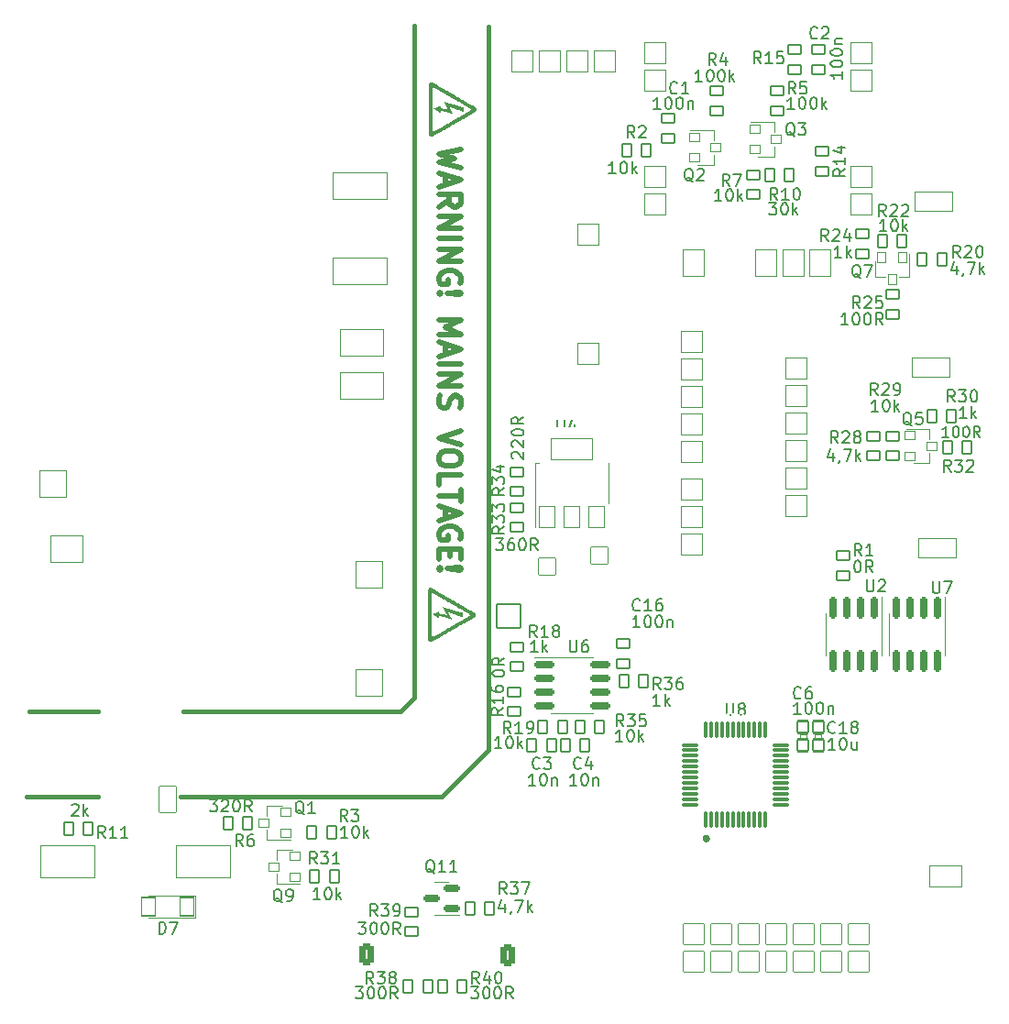
<source format=gto>
G04 #@! TF.GenerationSoftware,KiCad,Pcbnew,(6.0.1)*
G04 #@! TF.CreationDate,2022-02-14T21:07:25+01:00*
G04 #@! TF.ProjectId,hotair-soldering-station-main-pcb ,686f7461-6972-42d7-936f-6c646572696e,rev?*
G04 #@! TF.SameCoordinates,Original*
G04 #@! TF.FileFunction,Legend,Top*
G04 #@! TF.FilePolarity,Positive*
%FSLAX46Y46*%
G04 Gerber Fmt 4.6, Leading zero omitted, Abs format (unit mm)*
G04 Created by KiCad (PCBNEW (6.0.1)) date 2022-02-14 21:07:25*
%MOMM*%
%LPD*%
G01*
G04 APERTURE LIST*
G04 Aperture macros list*
%AMRoundRect*
0 Rectangle with rounded corners*
0 $1 Rounding radius*
0 $2 $3 $4 $5 $6 $7 $8 $9 X,Y pos of 4 corners*
0 Add a 4 corners polygon primitive as box body*
4,1,4,$2,$3,$4,$5,$6,$7,$8,$9,$2,$3,0*
0 Add four circle primitives for the rounded corners*
1,1,$1+$1,$2,$3*
1,1,$1+$1,$4,$5*
1,1,$1+$1,$6,$7*
1,1,$1+$1,$8,$9*
0 Add four rect primitives between the rounded corners*
20,1,$1+$1,$2,$3,$4,$5,0*
20,1,$1+$1,$4,$5,$6,$7,0*
20,1,$1+$1,$6,$7,$8,$9,0*
20,1,$1+$1,$8,$9,$2,$3,0*%
G04 Aperture macros list end*
%ADD10C,0.400000*%
%ADD11C,0.500000*%
%ADD12C,0.160000*%
%ADD13C,0.150000*%
%ADD14C,0.120000*%
%ADD15C,0.376228*%
%ADD16C,0.066040*%
%ADD17C,0.280000*%
%ADD18C,0.300000*%
%ADD19C,0.100000*%
%ADD20C,1.500000*%
%ADD21C,2.000000*%
%ADD22RoundRect,0.101600X-0.398780X-0.599440X0.398780X-0.599440X0.398780X0.599440X-0.398780X0.599440X0*%
%ADD23RoundRect,0.101600X0.599440X-0.398780X0.599440X0.398780X-0.599440X0.398780X-0.599440X-0.398780X0*%
%ADD24RoundRect,0.101600X0.398780X0.599440X-0.398780X0.599440X-0.398780X-0.599440X0.398780X-0.599440X0*%
%ADD25RoundRect,0.051000X0.450000X0.400000X-0.450000X0.400000X-0.450000X-0.400000X0.450000X-0.400000X0*%
%ADD26RoundRect,0.051000X-0.400000X0.450000X-0.400000X-0.450000X0.400000X-0.450000X0.400000X0.450000X0*%
%ADD27RoundRect,0.101600X-0.599440X0.398780X-0.599440X-0.398780X0.599440X-0.398780X0.599440X0.398780X0*%
%ADD28RoundRect,0.051000X0.750000X-1.000000X0.750000X1.000000X-0.750000X1.000000X-0.750000X-1.000000X0*%
%ADD29RoundRect,0.051000X1.900000X-1.000000X1.900000X1.000000X-1.900000X1.000000X-1.900000X-1.000000X0*%
%ADD30RoundRect,0.051000X0.650000X0.850000X-0.650000X0.850000X-0.650000X-0.850000X0.650000X-0.850000X0*%
%ADD31RoundRect,0.051000X-0.450000X-0.400000X0.450000X-0.400000X0.450000X0.400000X-0.450000X0.400000X0*%
%ADD32RoundRect,0.201000X-0.150000X0.825000X-0.150000X-0.825000X0.150000X-0.825000X0.150000X0.825000X0*%
%ADD33RoundRect,0.201000X-0.725000X-0.150000X0.725000X-0.150000X0.725000X0.150000X-0.725000X0.150000X0*%
%ADD34RoundRect,0.126000X0.075000X-0.662500X0.075000X0.662500X-0.075000X0.662500X-0.075000X-0.662500X0*%
%ADD35RoundRect,0.126000X0.662500X-0.075000X0.662500X0.075000X-0.662500X0.075000X-0.662500X-0.075000X0*%
%ADD36RoundRect,0.101600X-0.499110X0.549910X-0.499110X-0.549910X0.499110X-0.549910X0.499110X0.549910X0*%
%ADD37RoundRect,0.201000X0.587500X0.150000X-0.587500X0.150000X-0.587500X-0.150000X0.587500X-0.150000X0*%
%ADD38O,3.102000X5.102000*%
%ADD39RoundRect,0.051000X-1.000000X-1.000000X1.000000X-1.000000X1.000000X1.000000X-1.000000X1.000000X0*%
%ADD40RoundRect,0.051000X1.000000X1.000000X-1.000000X1.000000X-1.000000X-1.000000X1.000000X-1.000000X0*%
%ADD41RoundRect,0.051000X0.800000X0.800000X-0.800000X0.800000X-0.800000X-0.800000X0.800000X-0.800000X0*%
%ADD42C,1.702000*%
%ADD43RoundRect,0.051000X-1.100000X-1.100000X1.100000X-1.100000X1.100000X1.100000X-1.100000X1.100000X0*%
%ADD44O,2.302000X2.302000*%
%ADD45RoundRect,0.051000X-0.800000X0.800000X-0.800000X-0.800000X0.800000X-0.800000X0.800000X0.800000X0*%
%ADD46C,1.502000*%
%ADD47O,1.502000X1.502000*%
%ADD48RoundRect,0.051000X0.800000X-1.200000X0.800000X1.200000X-0.800000X1.200000X-0.800000X-1.200000X0*%
%ADD49O,1.702000X2.502000*%
%ADD50O,1.702000X1.702000*%
%ADD51RoundRect,0.051000X-1.500000X1.250000X-1.500000X-1.250000X1.500000X-1.250000X1.500000X1.250000X0*%
%ADD52O,2.602000X4.102000*%
%ADD53O,3.302000X2.602000*%
%ADD54RoundRect,0.051000X-1.500000X-1.000000X1.500000X-1.000000X1.500000X1.000000X-1.500000X1.000000X0*%
%ADD55O,3.402000X1.902000*%
%ADD56RoundRect,0.051000X-1.000000X1.000000X-1.000000X-1.000000X1.000000X-1.000000X1.000000X1.000000X0*%
%ADD57RoundRect,0.051000X1.750000X-0.900000X1.750000X0.900000X-1.750000X0.900000X-1.750000X-0.900000X0*%
%ADD58O,3.602000X1.902000*%
%ADD59RoundRect,0.051000X-2.500000X-1.500000X2.500000X-1.500000X2.500000X1.500000X-2.500000X1.500000X0*%
%ADD60RoundRect,0.051000X2.000000X-1.250000X2.000000X1.250000X-2.000000X1.250000X-2.000000X-1.250000X0*%
%ADD61RoundRect,0.051000X1.000000X1.250000X-1.000000X1.250000X-1.000000X-1.250000X1.000000X-1.250000X0*%
%ADD62C,1.800000*%
%ADD63RoundRect,0.051000X2.500000X-1.250000X2.500000X1.250000X-2.500000X1.250000X-2.500000X-1.250000X0*%
%ADD64C,2.102000*%
%ADD65C,1.852000*%
%ADD66RoundRect,0.051000X-0.950000X0.950000X-0.950000X-0.950000X0.950000X-0.950000X0.950000X0.950000X0*%
%ADD67O,3.102000X4.602000*%
%ADD68O,2.602000X2.602000*%
%ADD69RoundRect,0.051000X1.250000X1.250000X-1.250000X1.250000X-1.250000X-1.250000X1.250000X-1.250000X0*%
%ADD70RoundRect,0.051000X1.250000X-1.250000X1.250000X1.250000X-1.250000X1.250000X-1.250000X-1.250000X0*%
%ADD71O,2.102000X6.102000*%
%ADD72C,2.112000*%
%ADD73RoundRect,0.301000X-0.350000X-0.750000X0.350000X-0.750000X0.350000X0.750000X-0.350000X0.750000X0*%
%ADD74O,1.302000X2.102000*%
G04 APERTURE END LIST*
D10*
X31496000Y-89662000D02*
X55626000Y-89662000D01*
X53086000Y-80518000D02*
X51816000Y-81788000D01*
X17272000Y-89662000D02*
X23876000Y-89662000D01*
X59944000Y-85344000D02*
X59944000Y-18542000D01*
X17526000Y-81788000D02*
X23876000Y-81788000D01*
X53086000Y-33528000D02*
X53086000Y-18491200D01*
X55626000Y-89662000D02*
X59944000Y-85344000D01*
X53086000Y-33528000D02*
X53086000Y-80518000D01*
X31750000Y-81788000D02*
X51816000Y-81788000D01*
D11*
X57407038Y-29850609D02*
X55407038Y-30326800D01*
X56835609Y-30707752D01*
X55407038Y-31088704D01*
X57407038Y-31564895D01*
X55978466Y-32231561D02*
X55978466Y-33183942D01*
X55407038Y-32041085D02*
X57407038Y-32707752D01*
X55407038Y-33374419D01*
X55407038Y-35183942D02*
X56359419Y-34517276D01*
X55407038Y-34041085D02*
X57407038Y-34041085D01*
X57407038Y-34802990D01*
X57311800Y-34993466D01*
X57216561Y-35088704D01*
X57026085Y-35183942D01*
X56740371Y-35183942D01*
X56549895Y-35088704D01*
X56454657Y-34993466D01*
X56359419Y-34802990D01*
X56359419Y-34041085D01*
X55407038Y-36041085D02*
X57407038Y-36041085D01*
X55407038Y-37183942D01*
X57407038Y-37183942D01*
X55407038Y-38136323D02*
X57407038Y-38136323D01*
X55407038Y-39088704D02*
X57407038Y-39088704D01*
X55407038Y-40231561D01*
X57407038Y-40231561D01*
X57311800Y-42231561D02*
X57407038Y-42041085D01*
X57407038Y-41755371D01*
X57311800Y-41469657D01*
X57121323Y-41279180D01*
X56930847Y-41183942D01*
X56549895Y-41088704D01*
X56264180Y-41088704D01*
X55883228Y-41183942D01*
X55692752Y-41279180D01*
X55502276Y-41469657D01*
X55407038Y-41755371D01*
X55407038Y-41945847D01*
X55502276Y-42231561D01*
X55597514Y-42326800D01*
X56264180Y-42326800D01*
X56264180Y-41945847D01*
X55597514Y-43183942D02*
X55502276Y-43279180D01*
X55407038Y-43183942D01*
X55502276Y-43088704D01*
X55597514Y-43183942D01*
X55407038Y-43183942D01*
X56168942Y-43183942D02*
X57311800Y-43088704D01*
X57407038Y-43183942D01*
X57311800Y-43279180D01*
X56168942Y-43183942D01*
X57407038Y-43183942D01*
X55407038Y-45660133D02*
X57407038Y-45660133D01*
X55978466Y-46326800D01*
X57407038Y-46993466D01*
X55407038Y-46993466D01*
X55978466Y-47850609D02*
X55978466Y-48802990D01*
X55407038Y-47660133D02*
X57407038Y-48326800D01*
X55407038Y-48993466D01*
X55407038Y-49660133D02*
X57407038Y-49660133D01*
X55407038Y-50612514D02*
X57407038Y-50612514D01*
X55407038Y-51755371D01*
X57407038Y-51755371D01*
X55502276Y-52612514D02*
X55407038Y-52898228D01*
X55407038Y-53374419D01*
X55502276Y-53564895D01*
X55597514Y-53660133D01*
X55787990Y-53755371D01*
X55978466Y-53755371D01*
X56168942Y-53660133D01*
X56264180Y-53564895D01*
X56359419Y-53374419D01*
X56454657Y-52993466D01*
X56549895Y-52802990D01*
X56645133Y-52707752D01*
X56835609Y-52612514D01*
X57026085Y-52612514D01*
X57216561Y-52707752D01*
X57311800Y-52802990D01*
X57407038Y-52993466D01*
X57407038Y-53469657D01*
X57311800Y-53755371D01*
X57407038Y-55850609D02*
X55407038Y-56517276D01*
X57407038Y-57183942D01*
X57407038Y-58231561D02*
X57407038Y-58612514D01*
X57311800Y-58802990D01*
X57121323Y-58993466D01*
X56740371Y-59088704D01*
X56073704Y-59088704D01*
X55692752Y-58993466D01*
X55502276Y-58802990D01*
X55407038Y-58612514D01*
X55407038Y-58231561D01*
X55502276Y-58041085D01*
X55692752Y-57850609D01*
X56073704Y-57755371D01*
X56740371Y-57755371D01*
X57121323Y-57850609D01*
X57311800Y-58041085D01*
X57407038Y-58231561D01*
X55407038Y-60898228D02*
X55407038Y-59945847D01*
X57407038Y-59945847D01*
X57407038Y-61279180D02*
X57407038Y-62422038D01*
X55407038Y-61850609D02*
X57407038Y-61850609D01*
X55978466Y-62993466D02*
X55978466Y-63945847D01*
X55407038Y-62802990D02*
X57407038Y-63469657D01*
X55407038Y-64136323D01*
X57311800Y-65850609D02*
X57407038Y-65660133D01*
X57407038Y-65374419D01*
X57311800Y-65088704D01*
X57121323Y-64898228D01*
X56930847Y-64802990D01*
X56549895Y-64707752D01*
X56264180Y-64707752D01*
X55883228Y-64802990D01*
X55692752Y-64898228D01*
X55502276Y-65088704D01*
X55407038Y-65374419D01*
X55407038Y-65564895D01*
X55502276Y-65850609D01*
X55597514Y-65945847D01*
X56264180Y-65945847D01*
X56264180Y-65564895D01*
X56454657Y-66802990D02*
X56454657Y-67469657D01*
X55407038Y-67755371D02*
X55407038Y-66802990D01*
X57407038Y-66802990D01*
X57407038Y-67755371D01*
X55597514Y-68612514D02*
X55502276Y-68707752D01*
X55407038Y-68612514D01*
X55502276Y-68517276D01*
X55597514Y-68612514D01*
X55407038Y-68612514D01*
X56168942Y-68612514D02*
X57311800Y-68517276D01*
X57407038Y-68612514D01*
X57311800Y-68707752D01*
X56168942Y-68612514D01*
X57407038Y-68612514D01*
D12*
X44123857Y-95874619D02*
X43757190Y-95350809D01*
X43495285Y-95874619D02*
X43495285Y-94774619D01*
X43914333Y-94774619D01*
X44019095Y-94827000D01*
X44071476Y-94879380D01*
X44123857Y-94984142D01*
X44123857Y-95141285D01*
X44071476Y-95246047D01*
X44019095Y-95298428D01*
X43914333Y-95350809D01*
X43495285Y-95350809D01*
X44490523Y-94774619D02*
X45171476Y-94774619D01*
X44804809Y-95193666D01*
X44961952Y-95193666D01*
X45066714Y-95246047D01*
X45119095Y-95298428D01*
X45171476Y-95403190D01*
X45171476Y-95665095D01*
X45119095Y-95769857D01*
X45066714Y-95822238D01*
X44961952Y-95874619D01*
X44647666Y-95874619D01*
X44542904Y-95822238D01*
X44490523Y-95769857D01*
X46219095Y-95874619D02*
X45590523Y-95874619D01*
X45904809Y-95874619D02*
X45904809Y-94774619D01*
X45800047Y-94931761D01*
X45695285Y-95036523D01*
X45590523Y-95088904D01*
X44430238Y-99176619D02*
X43801666Y-99176619D01*
X44115952Y-99176619D02*
X44115952Y-98076619D01*
X44011190Y-98233761D01*
X43906428Y-98338523D01*
X43801666Y-98390904D01*
X45111190Y-98076619D02*
X45215952Y-98076619D01*
X45320714Y-98129000D01*
X45373095Y-98181380D01*
X45425476Y-98286142D01*
X45477857Y-98495666D01*
X45477857Y-98757571D01*
X45425476Y-98967095D01*
X45373095Y-99071857D01*
X45320714Y-99124238D01*
X45215952Y-99176619D01*
X45111190Y-99176619D01*
X45006428Y-99124238D01*
X44954047Y-99071857D01*
X44901666Y-98967095D01*
X44849285Y-98757571D01*
X44849285Y-98495666D01*
X44901666Y-98286142D01*
X44954047Y-98181380D01*
X45006428Y-98129000D01*
X45111190Y-98076619D01*
X45949285Y-99176619D02*
X45949285Y-98076619D01*
X46054047Y-98757571D02*
X46368333Y-99176619D01*
X46368333Y-98443285D02*
X45949285Y-98862333D01*
X64443857Y-74919619D02*
X64077190Y-74395809D01*
X63815285Y-74919619D02*
X63815285Y-73819619D01*
X64234333Y-73819619D01*
X64339095Y-73872000D01*
X64391476Y-73924380D01*
X64443857Y-74029142D01*
X64443857Y-74186285D01*
X64391476Y-74291047D01*
X64339095Y-74343428D01*
X64234333Y-74395809D01*
X63815285Y-74395809D01*
X65491476Y-74919619D02*
X64862904Y-74919619D01*
X65177190Y-74919619D02*
X65177190Y-73819619D01*
X65072428Y-73976761D01*
X64967666Y-74081523D01*
X64862904Y-74133904D01*
X66120047Y-74291047D02*
X66015285Y-74238666D01*
X65962904Y-74186285D01*
X65910523Y-74081523D01*
X65910523Y-74029142D01*
X65962904Y-73924380D01*
X66015285Y-73872000D01*
X66120047Y-73819619D01*
X66329571Y-73819619D01*
X66434333Y-73872000D01*
X66486714Y-73924380D01*
X66539095Y-74029142D01*
X66539095Y-74081523D01*
X66486714Y-74186285D01*
X66434333Y-74238666D01*
X66329571Y-74291047D01*
X66120047Y-74291047D01*
X66015285Y-74343428D01*
X65962904Y-74395809D01*
X65910523Y-74500571D01*
X65910523Y-74710095D01*
X65962904Y-74814857D01*
X66015285Y-74867238D01*
X66120047Y-74919619D01*
X66329571Y-74919619D01*
X66434333Y-74867238D01*
X66486714Y-74814857D01*
X66539095Y-74710095D01*
X66539095Y-74500571D01*
X66486714Y-74395809D01*
X66434333Y-74343428D01*
X66329571Y-74291047D01*
X64512047Y-76316619D02*
X63883476Y-76316619D01*
X64197761Y-76316619D02*
X64197761Y-75216619D01*
X64093000Y-75373761D01*
X63988238Y-75478523D01*
X63883476Y-75530904D01*
X64983476Y-76316619D02*
X64983476Y-75216619D01*
X65088238Y-75897571D02*
X65402523Y-76316619D01*
X65402523Y-75583285D02*
X64983476Y-76002333D01*
X37281666Y-94223619D02*
X36915000Y-93699809D01*
X36653095Y-94223619D02*
X36653095Y-93123619D01*
X37072142Y-93123619D01*
X37176904Y-93176000D01*
X37229285Y-93228380D01*
X37281666Y-93333142D01*
X37281666Y-93490285D01*
X37229285Y-93595047D01*
X37176904Y-93647428D01*
X37072142Y-93699809D01*
X36653095Y-93699809D01*
X38224523Y-93123619D02*
X38015000Y-93123619D01*
X37910238Y-93176000D01*
X37857857Y-93228380D01*
X37753095Y-93385523D01*
X37700714Y-93595047D01*
X37700714Y-94014095D01*
X37753095Y-94118857D01*
X37805476Y-94171238D01*
X37910238Y-94223619D01*
X38119761Y-94223619D01*
X38224523Y-94171238D01*
X38276904Y-94118857D01*
X38329285Y-94014095D01*
X38329285Y-93752190D01*
X38276904Y-93647428D01*
X38224523Y-93595047D01*
X38119761Y-93542666D01*
X37910238Y-93542666D01*
X37805476Y-93595047D01*
X37753095Y-93647428D01*
X37700714Y-93752190D01*
X34230714Y-89948619D02*
X34911666Y-89948619D01*
X34545000Y-90367666D01*
X34702142Y-90367666D01*
X34806904Y-90420047D01*
X34859285Y-90472428D01*
X34911666Y-90577190D01*
X34911666Y-90839095D01*
X34859285Y-90943857D01*
X34806904Y-90996238D01*
X34702142Y-91048619D01*
X34387857Y-91048619D01*
X34283095Y-90996238D01*
X34230714Y-90943857D01*
X35330714Y-90053380D02*
X35383095Y-90001000D01*
X35487857Y-89948619D01*
X35749761Y-89948619D01*
X35854523Y-90001000D01*
X35906904Y-90053380D01*
X35959285Y-90158142D01*
X35959285Y-90262904D01*
X35906904Y-90420047D01*
X35278333Y-91048619D01*
X35959285Y-91048619D01*
X36640238Y-89948619D02*
X36745000Y-89948619D01*
X36849761Y-90001000D01*
X36902142Y-90053380D01*
X36954523Y-90158142D01*
X37006904Y-90367666D01*
X37006904Y-90629571D01*
X36954523Y-90839095D01*
X36902142Y-90943857D01*
X36849761Y-90996238D01*
X36745000Y-91048619D01*
X36640238Y-91048619D01*
X36535476Y-90996238D01*
X36483095Y-90943857D01*
X36430714Y-90839095D01*
X36378333Y-90629571D01*
X36378333Y-90367666D01*
X36430714Y-90158142D01*
X36483095Y-90053380D01*
X36535476Y-90001000D01*
X36640238Y-89948619D01*
X38106904Y-91048619D02*
X37740238Y-90524809D01*
X37478333Y-91048619D02*
X37478333Y-89948619D01*
X37897380Y-89948619D01*
X38002142Y-90001000D01*
X38054523Y-90053380D01*
X38106904Y-90158142D01*
X38106904Y-90315285D01*
X38054523Y-90420047D01*
X38002142Y-90472428D01*
X37897380Y-90524809D01*
X37478333Y-90524809D01*
X40916238Y-99408380D02*
X40811476Y-99356000D01*
X40706714Y-99251238D01*
X40549571Y-99094095D01*
X40444809Y-99041714D01*
X40340047Y-99041714D01*
X40392428Y-99303619D02*
X40287666Y-99251238D01*
X40182904Y-99146476D01*
X40130523Y-98936952D01*
X40130523Y-98570285D01*
X40182904Y-98360761D01*
X40287666Y-98256000D01*
X40392428Y-98203619D01*
X40601952Y-98203619D01*
X40706714Y-98256000D01*
X40811476Y-98360761D01*
X40863857Y-98570285D01*
X40863857Y-98936952D01*
X40811476Y-99146476D01*
X40706714Y-99251238D01*
X40601952Y-99303619D01*
X40392428Y-99303619D01*
X41387666Y-99303619D02*
X41597190Y-99303619D01*
X41701952Y-99251238D01*
X41754333Y-99198857D01*
X41859095Y-99041714D01*
X41911476Y-98832190D01*
X41911476Y-98413142D01*
X41859095Y-98308380D01*
X41806714Y-98256000D01*
X41701952Y-98203619D01*
X41492428Y-98203619D01*
X41387666Y-98256000D01*
X41335285Y-98308380D01*
X41282904Y-98413142D01*
X41282904Y-98675047D01*
X41335285Y-98779809D01*
X41387666Y-98832190D01*
X41492428Y-98884571D01*
X41701952Y-98884571D01*
X41806714Y-98832190D01*
X41859095Y-98779809D01*
X41911476Y-98675047D01*
X42948238Y-91280380D02*
X42843476Y-91228000D01*
X42738714Y-91123238D01*
X42581571Y-90966095D01*
X42476809Y-90913714D01*
X42372047Y-90913714D01*
X42424428Y-91175619D02*
X42319666Y-91123238D01*
X42214904Y-91018476D01*
X42162523Y-90808952D01*
X42162523Y-90442285D01*
X42214904Y-90232761D01*
X42319666Y-90128000D01*
X42424428Y-90075619D01*
X42633952Y-90075619D01*
X42738714Y-90128000D01*
X42843476Y-90232761D01*
X42895857Y-90442285D01*
X42895857Y-90808952D01*
X42843476Y-91018476D01*
X42738714Y-91123238D01*
X42633952Y-91175619D01*
X42424428Y-91175619D01*
X43943476Y-91175619D02*
X43314904Y-91175619D01*
X43629190Y-91175619D02*
X43629190Y-90075619D01*
X43524428Y-90232761D01*
X43419666Y-90337523D01*
X43314904Y-90389904D01*
X46933666Y-91937619D02*
X46567000Y-91413809D01*
X46305095Y-91937619D02*
X46305095Y-90837619D01*
X46724142Y-90837619D01*
X46828904Y-90890000D01*
X46881285Y-90942380D01*
X46933666Y-91047142D01*
X46933666Y-91204285D01*
X46881285Y-91309047D01*
X46828904Y-91361428D01*
X46724142Y-91413809D01*
X46305095Y-91413809D01*
X47300333Y-90837619D02*
X47981285Y-90837619D01*
X47614619Y-91256666D01*
X47771761Y-91256666D01*
X47876523Y-91309047D01*
X47928904Y-91361428D01*
X47981285Y-91466190D01*
X47981285Y-91728095D01*
X47928904Y-91832857D01*
X47876523Y-91885238D01*
X47771761Y-91937619D01*
X47457476Y-91937619D01*
X47352714Y-91885238D01*
X47300333Y-91832857D01*
X46970238Y-93461619D02*
X46341666Y-93461619D01*
X46655952Y-93461619D02*
X46655952Y-92361619D01*
X46551190Y-92518761D01*
X46446428Y-92623523D01*
X46341666Y-92675904D01*
X47651190Y-92361619D02*
X47755952Y-92361619D01*
X47860714Y-92414000D01*
X47913095Y-92466380D01*
X47965476Y-92571142D01*
X48017857Y-92780666D01*
X48017857Y-93042571D01*
X47965476Y-93252095D01*
X47913095Y-93356857D01*
X47860714Y-93409238D01*
X47755952Y-93461619D01*
X47651190Y-93461619D01*
X47546428Y-93409238D01*
X47494047Y-93356857D01*
X47441666Y-93252095D01*
X47389285Y-93042571D01*
X47389285Y-92780666D01*
X47441666Y-92571142D01*
X47494047Y-92466380D01*
X47546428Y-92414000D01*
X47651190Y-92361619D01*
X48489285Y-93461619D02*
X48489285Y-92361619D01*
X48594047Y-93042571D02*
X48908333Y-93461619D01*
X48908333Y-92728285D02*
X48489285Y-93147333D01*
X73968857Y-72401857D02*
X73916476Y-72454238D01*
X73759333Y-72506619D01*
X73654571Y-72506619D01*
X73497428Y-72454238D01*
X73392666Y-72349476D01*
X73340285Y-72244714D01*
X73287904Y-72035190D01*
X73287904Y-71878047D01*
X73340285Y-71668523D01*
X73392666Y-71563761D01*
X73497428Y-71459000D01*
X73654571Y-71406619D01*
X73759333Y-71406619D01*
X73916476Y-71459000D01*
X73968857Y-71511380D01*
X75016476Y-72506619D02*
X74387904Y-72506619D01*
X74702190Y-72506619D02*
X74702190Y-71406619D01*
X74597428Y-71563761D01*
X74492666Y-71668523D01*
X74387904Y-71720904D01*
X75959333Y-71406619D02*
X75749809Y-71406619D01*
X75645047Y-71459000D01*
X75592666Y-71511380D01*
X75487904Y-71668523D01*
X75435523Y-71878047D01*
X75435523Y-72297095D01*
X75487904Y-72401857D01*
X75540285Y-72454238D01*
X75645047Y-72506619D01*
X75854571Y-72506619D01*
X75959333Y-72454238D01*
X76011714Y-72401857D01*
X76064095Y-72297095D01*
X76064095Y-72035190D01*
X76011714Y-71930428D01*
X75959333Y-71878047D01*
X75854571Y-71825666D01*
X75645047Y-71825666D01*
X75540285Y-71878047D01*
X75487904Y-71930428D01*
X75435523Y-72035190D01*
X73953047Y-74030619D02*
X73324476Y-74030619D01*
X73638761Y-74030619D02*
X73638761Y-72930619D01*
X73534000Y-73087761D01*
X73429238Y-73192523D01*
X73324476Y-73244904D01*
X74634000Y-72930619D02*
X74738761Y-72930619D01*
X74843523Y-72983000D01*
X74895904Y-73035380D01*
X74948285Y-73140142D01*
X75000666Y-73349666D01*
X75000666Y-73611571D01*
X74948285Y-73821095D01*
X74895904Y-73925857D01*
X74843523Y-73978238D01*
X74738761Y-74030619D01*
X74634000Y-74030619D01*
X74529238Y-73978238D01*
X74476857Y-73925857D01*
X74424476Y-73821095D01*
X74372095Y-73611571D01*
X74372095Y-73349666D01*
X74424476Y-73140142D01*
X74476857Y-73035380D01*
X74529238Y-72983000D01*
X74634000Y-72930619D01*
X75681619Y-72930619D02*
X75786380Y-72930619D01*
X75891142Y-72983000D01*
X75943523Y-73035380D01*
X75995904Y-73140142D01*
X76048285Y-73349666D01*
X76048285Y-73611571D01*
X75995904Y-73821095D01*
X75943523Y-73925857D01*
X75891142Y-73978238D01*
X75786380Y-74030619D01*
X75681619Y-74030619D01*
X75576857Y-73978238D01*
X75524476Y-73925857D01*
X75472095Y-73821095D01*
X75419714Y-73611571D01*
X75419714Y-73349666D01*
X75472095Y-73140142D01*
X75524476Y-73035380D01*
X75576857Y-72983000D01*
X75681619Y-72930619D01*
X76519714Y-73297285D02*
X76519714Y-74030619D01*
X76519714Y-73402047D02*
X76572095Y-73349666D01*
X76676857Y-73297285D01*
X76834000Y-73297285D01*
X76938761Y-73349666D01*
X76991142Y-73454428D01*
X76991142Y-74030619D01*
X96701857Y-36057619D02*
X96335190Y-35533809D01*
X96073285Y-36057619D02*
X96073285Y-34957619D01*
X96492333Y-34957619D01*
X96597095Y-35010000D01*
X96649476Y-35062380D01*
X96701857Y-35167142D01*
X96701857Y-35324285D01*
X96649476Y-35429047D01*
X96597095Y-35481428D01*
X96492333Y-35533809D01*
X96073285Y-35533809D01*
X97120904Y-35062380D02*
X97173285Y-35010000D01*
X97278047Y-34957619D01*
X97539952Y-34957619D01*
X97644714Y-35010000D01*
X97697095Y-35062380D01*
X97749476Y-35167142D01*
X97749476Y-35271904D01*
X97697095Y-35429047D01*
X97068523Y-36057619D01*
X97749476Y-36057619D01*
X98168523Y-35062380D02*
X98220904Y-35010000D01*
X98325666Y-34957619D01*
X98587571Y-34957619D01*
X98692333Y-35010000D01*
X98744714Y-35062380D01*
X98797095Y-35167142D01*
X98797095Y-35271904D01*
X98744714Y-35429047D01*
X98116142Y-36057619D01*
X98797095Y-36057619D01*
X96754238Y-37454619D02*
X96125666Y-37454619D01*
X96439952Y-37454619D02*
X96439952Y-36354619D01*
X96335190Y-36511761D01*
X96230428Y-36616523D01*
X96125666Y-36668904D01*
X97435190Y-36354619D02*
X97539952Y-36354619D01*
X97644714Y-36407000D01*
X97697095Y-36459380D01*
X97749476Y-36564142D01*
X97801857Y-36773666D01*
X97801857Y-37035571D01*
X97749476Y-37245095D01*
X97697095Y-37349857D01*
X97644714Y-37402238D01*
X97539952Y-37454619D01*
X97435190Y-37454619D01*
X97330428Y-37402238D01*
X97278047Y-37349857D01*
X97225666Y-37245095D01*
X97173285Y-37035571D01*
X97173285Y-36773666D01*
X97225666Y-36564142D01*
X97278047Y-36459380D01*
X97330428Y-36407000D01*
X97435190Y-36354619D01*
X98273285Y-37454619D02*
X98273285Y-36354619D01*
X98378047Y-37035571D02*
X98692333Y-37454619D01*
X98692333Y-36721285D02*
X98273285Y-37140333D01*
X94383238Y-41750380D02*
X94278476Y-41698000D01*
X94173714Y-41593238D01*
X94016571Y-41436095D01*
X93911809Y-41383714D01*
X93807047Y-41383714D01*
X93859428Y-41645619D02*
X93754666Y-41593238D01*
X93649904Y-41488476D01*
X93597523Y-41278952D01*
X93597523Y-40912285D01*
X93649904Y-40702761D01*
X93754666Y-40598000D01*
X93859428Y-40545619D01*
X94068952Y-40545619D01*
X94173714Y-40598000D01*
X94278476Y-40702761D01*
X94330857Y-40912285D01*
X94330857Y-41278952D01*
X94278476Y-41488476D01*
X94173714Y-41593238D01*
X94068952Y-41645619D01*
X93859428Y-41645619D01*
X94697523Y-40545619D02*
X95430857Y-40545619D01*
X94959428Y-41645619D01*
X94288857Y-44566619D02*
X93922190Y-44042809D01*
X93660285Y-44566619D02*
X93660285Y-43466619D01*
X94079333Y-43466619D01*
X94184095Y-43519000D01*
X94236476Y-43571380D01*
X94288857Y-43676142D01*
X94288857Y-43833285D01*
X94236476Y-43938047D01*
X94184095Y-43990428D01*
X94079333Y-44042809D01*
X93660285Y-44042809D01*
X94707904Y-43571380D02*
X94760285Y-43519000D01*
X94865047Y-43466619D01*
X95126952Y-43466619D01*
X95231714Y-43519000D01*
X95284095Y-43571380D01*
X95336476Y-43676142D01*
X95336476Y-43780904D01*
X95284095Y-43938047D01*
X94655523Y-44566619D01*
X95336476Y-44566619D01*
X96331714Y-43466619D02*
X95807904Y-43466619D01*
X95755523Y-43990428D01*
X95807904Y-43938047D01*
X95912666Y-43885666D01*
X96174571Y-43885666D01*
X96279333Y-43938047D01*
X96331714Y-43990428D01*
X96384095Y-44095190D01*
X96384095Y-44357095D01*
X96331714Y-44461857D01*
X96279333Y-44514238D01*
X96174571Y-44566619D01*
X95912666Y-44566619D01*
X95807904Y-44514238D01*
X95755523Y-44461857D01*
X93204666Y-46090619D02*
X92576095Y-46090619D01*
X92890380Y-46090619D02*
X92890380Y-44990619D01*
X92785619Y-45147761D01*
X92680857Y-45252523D01*
X92576095Y-45304904D01*
X93885619Y-44990619D02*
X93990380Y-44990619D01*
X94095142Y-45043000D01*
X94147523Y-45095380D01*
X94199904Y-45200142D01*
X94252285Y-45409666D01*
X94252285Y-45671571D01*
X94199904Y-45881095D01*
X94147523Y-45985857D01*
X94095142Y-46038238D01*
X93990380Y-46090619D01*
X93885619Y-46090619D01*
X93780857Y-46038238D01*
X93728476Y-45985857D01*
X93676095Y-45881095D01*
X93623714Y-45671571D01*
X93623714Y-45409666D01*
X93676095Y-45200142D01*
X93728476Y-45095380D01*
X93780857Y-45043000D01*
X93885619Y-44990619D01*
X94933238Y-44990619D02*
X95038000Y-44990619D01*
X95142761Y-45043000D01*
X95195142Y-45095380D01*
X95247523Y-45200142D01*
X95299904Y-45409666D01*
X95299904Y-45671571D01*
X95247523Y-45881095D01*
X95195142Y-45985857D01*
X95142761Y-46038238D01*
X95038000Y-46090619D01*
X94933238Y-46090619D01*
X94828476Y-46038238D01*
X94776095Y-45985857D01*
X94723714Y-45881095D01*
X94671333Y-45671571D01*
X94671333Y-45409666D01*
X94723714Y-45200142D01*
X94776095Y-45095380D01*
X94828476Y-45043000D01*
X94933238Y-44990619D01*
X96399904Y-46090619D02*
X96033238Y-45566809D01*
X95771333Y-46090619D02*
X95771333Y-44990619D01*
X96190380Y-44990619D01*
X96295142Y-45043000D01*
X96347523Y-45095380D01*
X96399904Y-45200142D01*
X96399904Y-45357285D01*
X96347523Y-45462047D01*
X96295142Y-45514428D01*
X96190380Y-45566809D01*
X95771333Y-45566809D01*
X103559857Y-39867619D02*
X103193190Y-39343809D01*
X102931285Y-39867619D02*
X102931285Y-38767619D01*
X103350333Y-38767619D01*
X103455095Y-38820000D01*
X103507476Y-38872380D01*
X103559857Y-38977142D01*
X103559857Y-39134285D01*
X103507476Y-39239047D01*
X103455095Y-39291428D01*
X103350333Y-39343809D01*
X102931285Y-39343809D01*
X103978904Y-38872380D02*
X104031285Y-38820000D01*
X104136047Y-38767619D01*
X104397952Y-38767619D01*
X104502714Y-38820000D01*
X104555095Y-38872380D01*
X104607476Y-38977142D01*
X104607476Y-39081904D01*
X104555095Y-39239047D01*
X103926523Y-39867619D01*
X104607476Y-39867619D01*
X105288428Y-38767619D02*
X105393190Y-38767619D01*
X105497952Y-38820000D01*
X105550333Y-38872380D01*
X105602714Y-38977142D01*
X105655095Y-39186666D01*
X105655095Y-39448571D01*
X105602714Y-39658095D01*
X105550333Y-39762857D01*
X105497952Y-39815238D01*
X105393190Y-39867619D01*
X105288428Y-39867619D01*
X105183666Y-39815238D01*
X105131285Y-39762857D01*
X105078904Y-39658095D01*
X105026523Y-39448571D01*
X105026523Y-39186666D01*
X105078904Y-38977142D01*
X105131285Y-38872380D01*
X105183666Y-38820000D01*
X105288428Y-38767619D01*
X103245571Y-40658285D02*
X103245571Y-41391619D01*
X102983666Y-40239238D02*
X102721761Y-41024952D01*
X103402714Y-41024952D01*
X103874142Y-41339238D02*
X103874142Y-41391619D01*
X103821761Y-41496380D01*
X103769380Y-41548761D01*
X104240809Y-40291619D02*
X104974142Y-40291619D01*
X104502714Y-41391619D01*
X105393190Y-41391619D02*
X105393190Y-40291619D01*
X105497952Y-40972571D02*
X105812238Y-41391619D01*
X105812238Y-40658285D02*
X105393190Y-41077333D01*
X91367857Y-38343619D02*
X91001190Y-37819809D01*
X90739285Y-38343619D02*
X90739285Y-37243619D01*
X91158333Y-37243619D01*
X91263095Y-37296000D01*
X91315476Y-37348380D01*
X91367857Y-37453142D01*
X91367857Y-37610285D01*
X91315476Y-37715047D01*
X91263095Y-37767428D01*
X91158333Y-37819809D01*
X90739285Y-37819809D01*
X91786904Y-37348380D02*
X91839285Y-37296000D01*
X91944047Y-37243619D01*
X92205952Y-37243619D01*
X92310714Y-37296000D01*
X92363095Y-37348380D01*
X92415476Y-37453142D01*
X92415476Y-37557904D01*
X92363095Y-37715047D01*
X91734523Y-38343619D01*
X92415476Y-38343619D01*
X93358333Y-37610285D02*
X93358333Y-38343619D01*
X93096428Y-37191238D02*
X92834523Y-37976952D01*
X93515476Y-37976952D01*
X92579047Y-39867619D02*
X91950476Y-39867619D01*
X92264761Y-39867619D02*
X92264761Y-38767619D01*
X92160000Y-38924761D01*
X92055238Y-39029523D01*
X91950476Y-39081904D01*
X93050476Y-39867619D02*
X93050476Y-38767619D01*
X93155238Y-39448571D02*
X93469523Y-39867619D01*
X93469523Y-39134285D02*
X93050476Y-39553333D01*
X66344904Y-54896619D02*
X66344904Y-55787095D01*
X66397285Y-55891857D01*
X66449666Y-55944238D01*
X66554428Y-55996619D01*
X66763952Y-55996619D01*
X66868714Y-55944238D01*
X66921095Y-55891857D01*
X66973476Y-55787095D01*
X66973476Y-54896619D01*
X67968714Y-55263285D02*
X67968714Y-55996619D01*
X67706809Y-54844238D02*
X67444904Y-55629952D01*
X68125857Y-55629952D01*
X61457619Y-64715142D02*
X60933809Y-65081809D01*
X61457619Y-65343714D02*
X60357619Y-65343714D01*
X60357619Y-64924666D01*
X60410000Y-64819904D01*
X60462380Y-64767523D01*
X60567142Y-64715142D01*
X60724285Y-64715142D01*
X60829047Y-64767523D01*
X60881428Y-64819904D01*
X60933809Y-64924666D01*
X60933809Y-65343714D01*
X60357619Y-64348476D02*
X60357619Y-63667523D01*
X60776666Y-64034190D01*
X60776666Y-63877047D01*
X60829047Y-63772285D01*
X60881428Y-63719904D01*
X60986190Y-63667523D01*
X61248095Y-63667523D01*
X61352857Y-63719904D01*
X61405238Y-63772285D01*
X61457619Y-63877047D01*
X61457619Y-64191333D01*
X61405238Y-64296095D01*
X61352857Y-64348476D01*
X60357619Y-63300857D02*
X60357619Y-62619904D01*
X60776666Y-62986571D01*
X60776666Y-62829428D01*
X60829047Y-62724666D01*
X60881428Y-62672285D01*
X60986190Y-62619904D01*
X61248095Y-62619904D01*
X61352857Y-62672285D01*
X61405238Y-62724666D01*
X61457619Y-62829428D01*
X61457619Y-63143714D01*
X61405238Y-63248476D01*
X61352857Y-63300857D01*
X60646714Y-65818619D02*
X61327666Y-65818619D01*
X60961000Y-66237666D01*
X61118142Y-66237666D01*
X61222904Y-66290047D01*
X61275285Y-66342428D01*
X61327666Y-66447190D01*
X61327666Y-66709095D01*
X61275285Y-66813857D01*
X61222904Y-66866238D01*
X61118142Y-66918619D01*
X60803857Y-66918619D01*
X60699095Y-66866238D01*
X60646714Y-66813857D01*
X62270523Y-65818619D02*
X62061000Y-65818619D01*
X61956238Y-65871000D01*
X61903857Y-65923380D01*
X61799095Y-66080523D01*
X61746714Y-66290047D01*
X61746714Y-66709095D01*
X61799095Y-66813857D01*
X61851476Y-66866238D01*
X61956238Y-66918619D01*
X62165761Y-66918619D01*
X62270523Y-66866238D01*
X62322904Y-66813857D01*
X62375285Y-66709095D01*
X62375285Y-66447190D01*
X62322904Y-66342428D01*
X62270523Y-66290047D01*
X62165761Y-66237666D01*
X61956238Y-66237666D01*
X61851476Y-66290047D01*
X61799095Y-66342428D01*
X61746714Y-66447190D01*
X63056238Y-65818619D02*
X63161000Y-65818619D01*
X63265761Y-65871000D01*
X63318142Y-65923380D01*
X63370523Y-66028142D01*
X63422904Y-66237666D01*
X63422904Y-66499571D01*
X63370523Y-66709095D01*
X63318142Y-66813857D01*
X63265761Y-66866238D01*
X63161000Y-66918619D01*
X63056238Y-66918619D01*
X62951476Y-66866238D01*
X62899095Y-66813857D01*
X62846714Y-66709095D01*
X62794333Y-66499571D01*
X62794333Y-66237666D01*
X62846714Y-66028142D01*
X62899095Y-65923380D01*
X62951476Y-65871000D01*
X63056238Y-65818619D01*
X64522904Y-66918619D02*
X64156238Y-66394809D01*
X63894333Y-66918619D02*
X63894333Y-65818619D01*
X64313380Y-65818619D01*
X64418142Y-65871000D01*
X64470523Y-65923380D01*
X64522904Y-66028142D01*
X64522904Y-66185285D01*
X64470523Y-66290047D01*
X64418142Y-66342428D01*
X64313380Y-66394809D01*
X63894333Y-66394809D01*
X61457619Y-61159142D02*
X60933809Y-61525809D01*
X61457619Y-61787714D02*
X60357619Y-61787714D01*
X60357619Y-61368666D01*
X60410000Y-61263904D01*
X60462380Y-61211523D01*
X60567142Y-61159142D01*
X60724285Y-61159142D01*
X60829047Y-61211523D01*
X60881428Y-61263904D01*
X60933809Y-61368666D01*
X60933809Y-61787714D01*
X60357619Y-60792476D02*
X60357619Y-60111523D01*
X60776666Y-60478190D01*
X60776666Y-60321047D01*
X60829047Y-60216285D01*
X60881428Y-60163904D01*
X60986190Y-60111523D01*
X61248095Y-60111523D01*
X61352857Y-60163904D01*
X61405238Y-60216285D01*
X61457619Y-60321047D01*
X61457619Y-60635333D01*
X61405238Y-60740095D01*
X61352857Y-60792476D01*
X60724285Y-59168666D02*
X61457619Y-59168666D01*
X60305238Y-59430571D02*
X61090952Y-59692476D01*
X61090952Y-59011523D01*
X62240380Y-58426904D02*
X62188000Y-58374523D01*
X62135619Y-58269761D01*
X62135619Y-58007857D01*
X62188000Y-57903095D01*
X62240380Y-57850714D01*
X62345142Y-57798333D01*
X62449904Y-57798333D01*
X62607047Y-57850714D01*
X63235619Y-58479285D01*
X63235619Y-57798333D01*
X62240380Y-57379285D02*
X62188000Y-57326904D01*
X62135619Y-57222142D01*
X62135619Y-56960238D01*
X62188000Y-56855476D01*
X62240380Y-56803095D01*
X62345142Y-56750714D01*
X62449904Y-56750714D01*
X62607047Y-56803095D01*
X63235619Y-57431666D01*
X63235619Y-56750714D01*
X62135619Y-56069761D02*
X62135619Y-55965000D01*
X62188000Y-55860238D01*
X62240380Y-55807857D01*
X62345142Y-55755476D01*
X62554666Y-55703095D01*
X62816571Y-55703095D01*
X63026095Y-55755476D01*
X63130857Y-55807857D01*
X63183238Y-55860238D01*
X63235619Y-55965000D01*
X63235619Y-56069761D01*
X63183238Y-56174523D01*
X63130857Y-56226904D01*
X63026095Y-56279285D01*
X62816571Y-56331666D01*
X62554666Y-56331666D01*
X62345142Y-56279285D01*
X62240380Y-56226904D01*
X62188000Y-56174523D01*
X62135619Y-56069761D01*
X63235619Y-54603095D02*
X62711809Y-54969761D01*
X63235619Y-55231666D02*
X62135619Y-55231666D01*
X62135619Y-54812619D01*
X62188000Y-54707857D01*
X62240380Y-54655476D01*
X62345142Y-54603095D01*
X62502285Y-54603095D01*
X62607047Y-54655476D01*
X62659428Y-54707857D01*
X62711809Y-54812619D01*
X62711809Y-55231666D01*
X29541095Y-102319619D02*
X29541095Y-101219619D01*
X29803000Y-101219619D01*
X29960142Y-101272000D01*
X30064904Y-101376761D01*
X30117285Y-101481523D01*
X30169666Y-101691047D01*
X30169666Y-101848190D01*
X30117285Y-102057714D01*
X30064904Y-102162476D01*
X29960142Y-102267238D01*
X29803000Y-102319619D01*
X29541095Y-102319619D01*
X30536333Y-101219619D02*
X31269666Y-101219619D01*
X30798238Y-102319619D01*
X24565857Y-93461619D02*
X24199190Y-92937809D01*
X23937285Y-93461619D02*
X23937285Y-92361619D01*
X24356333Y-92361619D01*
X24461095Y-92414000D01*
X24513476Y-92466380D01*
X24565857Y-92571142D01*
X24565857Y-92728285D01*
X24513476Y-92833047D01*
X24461095Y-92885428D01*
X24356333Y-92937809D01*
X23937285Y-92937809D01*
X25613476Y-93461619D02*
X24984904Y-93461619D01*
X25299190Y-93461619D02*
X25299190Y-92361619D01*
X25194428Y-92518761D01*
X25089666Y-92623523D01*
X24984904Y-92675904D01*
X26661095Y-93461619D02*
X26032523Y-93461619D01*
X26346809Y-93461619D02*
X26346809Y-92361619D01*
X26242047Y-92518761D01*
X26137285Y-92623523D01*
X26032523Y-92675904D01*
X21465476Y-90434380D02*
X21517857Y-90382000D01*
X21622619Y-90329619D01*
X21884523Y-90329619D01*
X21989285Y-90382000D01*
X22041666Y-90434380D01*
X22094047Y-90539142D01*
X22094047Y-90643904D01*
X22041666Y-90801047D01*
X21413095Y-91429619D01*
X22094047Y-91429619D01*
X22565476Y-91429619D02*
X22565476Y-90329619D01*
X22670238Y-91010571D02*
X22984523Y-91429619D01*
X22984523Y-90696285D02*
X22565476Y-91115333D01*
X77413666Y-24649857D02*
X77361285Y-24702238D01*
X77204142Y-24754619D01*
X77099380Y-24754619D01*
X76942238Y-24702238D01*
X76837476Y-24597476D01*
X76785095Y-24492714D01*
X76732714Y-24283190D01*
X76732714Y-24126047D01*
X76785095Y-23916523D01*
X76837476Y-23811761D01*
X76942238Y-23707000D01*
X77099380Y-23654619D01*
X77204142Y-23654619D01*
X77361285Y-23707000D01*
X77413666Y-23759380D01*
X78461285Y-24754619D02*
X77832714Y-24754619D01*
X78147000Y-24754619D02*
X78147000Y-23654619D01*
X78042238Y-23811761D01*
X77937476Y-23916523D01*
X77832714Y-23968904D01*
X75858047Y-26151619D02*
X75229476Y-26151619D01*
X75543761Y-26151619D02*
X75543761Y-25051619D01*
X75439000Y-25208761D01*
X75334238Y-25313523D01*
X75229476Y-25365904D01*
X76539000Y-25051619D02*
X76643761Y-25051619D01*
X76748523Y-25104000D01*
X76800904Y-25156380D01*
X76853285Y-25261142D01*
X76905666Y-25470666D01*
X76905666Y-25732571D01*
X76853285Y-25942095D01*
X76800904Y-26046857D01*
X76748523Y-26099238D01*
X76643761Y-26151619D01*
X76539000Y-26151619D01*
X76434238Y-26099238D01*
X76381857Y-26046857D01*
X76329476Y-25942095D01*
X76277095Y-25732571D01*
X76277095Y-25470666D01*
X76329476Y-25261142D01*
X76381857Y-25156380D01*
X76434238Y-25104000D01*
X76539000Y-25051619D01*
X77586619Y-25051619D02*
X77691380Y-25051619D01*
X77796142Y-25104000D01*
X77848523Y-25156380D01*
X77900904Y-25261142D01*
X77953285Y-25470666D01*
X77953285Y-25732571D01*
X77900904Y-25942095D01*
X77848523Y-26046857D01*
X77796142Y-26099238D01*
X77691380Y-26151619D01*
X77586619Y-26151619D01*
X77481857Y-26099238D01*
X77429476Y-26046857D01*
X77377095Y-25942095D01*
X77324714Y-25732571D01*
X77324714Y-25470666D01*
X77377095Y-25261142D01*
X77429476Y-25156380D01*
X77481857Y-25104000D01*
X77586619Y-25051619D01*
X78424714Y-25418285D02*
X78424714Y-26151619D01*
X78424714Y-25523047D02*
X78477095Y-25470666D01*
X78581857Y-25418285D01*
X78739000Y-25418285D01*
X78843761Y-25470666D01*
X78896142Y-25575428D01*
X78896142Y-26151619D01*
X90367666Y-19569857D02*
X90315285Y-19622238D01*
X90158142Y-19674619D01*
X90053380Y-19674619D01*
X89896238Y-19622238D01*
X89791476Y-19517476D01*
X89739095Y-19412714D01*
X89686714Y-19203190D01*
X89686714Y-19046047D01*
X89739095Y-18836523D01*
X89791476Y-18731761D01*
X89896238Y-18627000D01*
X90053380Y-18574619D01*
X90158142Y-18574619D01*
X90315285Y-18627000D01*
X90367666Y-18679380D01*
X90786714Y-18679380D02*
X90839095Y-18627000D01*
X90943857Y-18574619D01*
X91205761Y-18574619D01*
X91310523Y-18627000D01*
X91362904Y-18679380D01*
X91415285Y-18784142D01*
X91415285Y-18888904D01*
X91362904Y-19046047D01*
X90734333Y-19674619D01*
X91415285Y-19674619D01*
X92699619Y-22693952D02*
X92699619Y-23322523D01*
X92699619Y-23008238D02*
X91599619Y-23008238D01*
X91756761Y-23113000D01*
X91861523Y-23217761D01*
X91913904Y-23322523D01*
X91599619Y-22013000D02*
X91599619Y-21908238D01*
X91652000Y-21803476D01*
X91704380Y-21751095D01*
X91809142Y-21698714D01*
X92018666Y-21646333D01*
X92280571Y-21646333D01*
X92490095Y-21698714D01*
X92594857Y-21751095D01*
X92647238Y-21803476D01*
X92699619Y-21908238D01*
X92699619Y-22013000D01*
X92647238Y-22117761D01*
X92594857Y-22170142D01*
X92490095Y-22222523D01*
X92280571Y-22274904D01*
X92018666Y-22274904D01*
X91809142Y-22222523D01*
X91704380Y-22170142D01*
X91652000Y-22117761D01*
X91599619Y-22013000D01*
X91599619Y-20965380D02*
X91599619Y-20860619D01*
X91652000Y-20755857D01*
X91704380Y-20703476D01*
X91809142Y-20651095D01*
X92018666Y-20598714D01*
X92280571Y-20598714D01*
X92490095Y-20651095D01*
X92594857Y-20703476D01*
X92647238Y-20755857D01*
X92699619Y-20860619D01*
X92699619Y-20965380D01*
X92647238Y-21070142D01*
X92594857Y-21122523D01*
X92490095Y-21174904D01*
X92280571Y-21227285D01*
X92018666Y-21227285D01*
X91809142Y-21174904D01*
X91704380Y-21122523D01*
X91652000Y-21070142D01*
X91599619Y-20965380D01*
X91966285Y-20127285D02*
X92699619Y-20127285D01*
X92071047Y-20127285D02*
X92018666Y-20074904D01*
X91966285Y-19970142D01*
X91966285Y-19813000D01*
X92018666Y-19708238D01*
X92123428Y-19655857D01*
X92699619Y-19655857D01*
X64713666Y-87006857D02*
X64661285Y-87059238D01*
X64504142Y-87111619D01*
X64399380Y-87111619D01*
X64242238Y-87059238D01*
X64137476Y-86954476D01*
X64085095Y-86849714D01*
X64032714Y-86640190D01*
X64032714Y-86483047D01*
X64085095Y-86273523D01*
X64137476Y-86168761D01*
X64242238Y-86064000D01*
X64399380Y-86011619D01*
X64504142Y-86011619D01*
X64661285Y-86064000D01*
X64713666Y-86116380D01*
X65080333Y-86011619D02*
X65761285Y-86011619D01*
X65394619Y-86430666D01*
X65551761Y-86430666D01*
X65656523Y-86483047D01*
X65708904Y-86535428D01*
X65761285Y-86640190D01*
X65761285Y-86902095D01*
X65708904Y-87006857D01*
X65656523Y-87059238D01*
X65551761Y-87111619D01*
X65237476Y-87111619D01*
X65132714Y-87059238D01*
X65080333Y-87006857D01*
X64316857Y-88635619D02*
X63688285Y-88635619D01*
X64002571Y-88635619D02*
X64002571Y-87535619D01*
X63897809Y-87692761D01*
X63793047Y-87797523D01*
X63688285Y-87849904D01*
X64997809Y-87535619D02*
X65102571Y-87535619D01*
X65207333Y-87588000D01*
X65259714Y-87640380D01*
X65312095Y-87745142D01*
X65364476Y-87954666D01*
X65364476Y-88216571D01*
X65312095Y-88426095D01*
X65259714Y-88530857D01*
X65207333Y-88583238D01*
X65102571Y-88635619D01*
X64997809Y-88635619D01*
X64893047Y-88583238D01*
X64840666Y-88530857D01*
X64788285Y-88426095D01*
X64735904Y-88216571D01*
X64735904Y-87954666D01*
X64788285Y-87745142D01*
X64840666Y-87640380D01*
X64893047Y-87588000D01*
X64997809Y-87535619D01*
X65835904Y-87902285D02*
X65835904Y-88635619D01*
X65835904Y-88007047D02*
X65888285Y-87954666D01*
X65993047Y-87902285D01*
X66150190Y-87902285D01*
X66254952Y-87954666D01*
X66307333Y-88059428D01*
X66307333Y-88635619D01*
X68523666Y-87006857D02*
X68471285Y-87059238D01*
X68314142Y-87111619D01*
X68209380Y-87111619D01*
X68052238Y-87059238D01*
X67947476Y-86954476D01*
X67895095Y-86849714D01*
X67842714Y-86640190D01*
X67842714Y-86483047D01*
X67895095Y-86273523D01*
X67947476Y-86168761D01*
X68052238Y-86064000D01*
X68209380Y-86011619D01*
X68314142Y-86011619D01*
X68471285Y-86064000D01*
X68523666Y-86116380D01*
X69466523Y-86378285D02*
X69466523Y-87111619D01*
X69204619Y-85959238D02*
X68942714Y-86744952D01*
X69623666Y-86744952D01*
X68126857Y-88635619D02*
X67498285Y-88635619D01*
X67812571Y-88635619D02*
X67812571Y-87535619D01*
X67707809Y-87692761D01*
X67603047Y-87797523D01*
X67498285Y-87849904D01*
X68807809Y-87535619D02*
X68912571Y-87535619D01*
X69017333Y-87588000D01*
X69069714Y-87640380D01*
X69122095Y-87745142D01*
X69174476Y-87954666D01*
X69174476Y-88216571D01*
X69122095Y-88426095D01*
X69069714Y-88530857D01*
X69017333Y-88583238D01*
X68912571Y-88635619D01*
X68807809Y-88635619D01*
X68703047Y-88583238D01*
X68650666Y-88530857D01*
X68598285Y-88426095D01*
X68545904Y-88216571D01*
X68545904Y-87954666D01*
X68598285Y-87745142D01*
X68650666Y-87640380D01*
X68703047Y-87588000D01*
X68807809Y-87535619D01*
X69645904Y-87902285D02*
X69645904Y-88635619D01*
X69645904Y-88007047D02*
X69698285Y-87954666D01*
X69803047Y-87902285D01*
X69960190Y-87902285D01*
X70064952Y-87954666D01*
X70117333Y-88059428D01*
X70117333Y-88635619D01*
X78889238Y-32860380D02*
X78784476Y-32808000D01*
X78679714Y-32703238D01*
X78522571Y-32546095D01*
X78417809Y-32493714D01*
X78313047Y-32493714D01*
X78365428Y-32755619D02*
X78260666Y-32703238D01*
X78155904Y-32598476D01*
X78103523Y-32388952D01*
X78103523Y-32022285D01*
X78155904Y-31812761D01*
X78260666Y-31708000D01*
X78365428Y-31655619D01*
X78574952Y-31655619D01*
X78679714Y-31708000D01*
X78784476Y-31812761D01*
X78836857Y-32022285D01*
X78836857Y-32388952D01*
X78784476Y-32598476D01*
X78679714Y-32703238D01*
X78574952Y-32755619D01*
X78365428Y-32755619D01*
X79255904Y-31760380D02*
X79308285Y-31708000D01*
X79413047Y-31655619D01*
X79674952Y-31655619D01*
X79779714Y-31708000D01*
X79832095Y-31760380D01*
X79884476Y-31865142D01*
X79884476Y-31969904D01*
X79832095Y-32127047D01*
X79203523Y-32755619D01*
X79884476Y-32755619D01*
X88287238Y-28669380D02*
X88182476Y-28617000D01*
X88077714Y-28512238D01*
X87920571Y-28355095D01*
X87815809Y-28302714D01*
X87711047Y-28302714D01*
X87763428Y-28564619D02*
X87658666Y-28512238D01*
X87553904Y-28407476D01*
X87501523Y-28197952D01*
X87501523Y-27831285D01*
X87553904Y-27621761D01*
X87658666Y-27517000D01*
X87763428Y-27464619D01*
X87972952Y-27464619D01*
X88077714Y-27517000D01*
X88182476Y-27621761D01*
X88234857Y-27831285D01*
X88234857Y-28197952D01*
X88182476Y-28407476D01*
X88077714Y-28512238D01*
X87972952Y-28564619D01*
X87763428Y-28564619D01*
X88601523Y-27464619D02*
X89282476Y-27464619D01*
X88915809Y-27883666D01*
X89072952Y-27883666D01*
X89177714Y-27936047D01*
X89230095Y-27988428D01*
X89282476Y-28093190D01*
X89282476Y-28355095D01*
X89230095Y-28459857D01*
X89177714Y-28512238D01*
X89072952Y-28564619D01*
X88758666Y-28564619D01*
X88653904Y-28512238D01*
X88601523Y-28459857D01*
X99082238Y-55379380D02*
X98977476Y-55327000D01*
X98872714Y-55222238D01*
X98715571Y-55065095D01*
X98610809Y-55012714D01*
X98506047Y-55012714D01*
X98558428Y-55274619D02*
X98453666Y-55222238D01*
X98348904Y-55117476D01*
X98296523Y-54907952D01*
X98296523Y-54541285D01*
X98348904Y-54331761D01*
X98453666Y-54227000D01*
X98558428Y-54174619D01*
X98767952Y-54174619D01*
X98872714Y-54227000D01*
X98977476Y-54331761D01*
X99029857Y-54541285D01*
X99029857Y-54907952D01*
X98977476Y-55117476D01*
X98872714Y-55222238D01*
X98767952Y-55274619D01*
X98558428Y-55274619D01*
X100025095Y-54174619D02*
X99501285Y-54174619D01*
X99448904Y-54698428D01*
X99501285Y-54646047D01*
X99606047Y-54593666D01*
X99867952Y-54593666D01*
X99972714Y-54646047D01*
X100025095Y-54698428D01*
X100077476Y-54803190D01*
X100077476Y-55065095D01*
X100025095Y-55169857D01*
X99972714Y-55222238D01*
X99867952Y-55274619D01*
X99606047Y-55274619D01*
X99501285Y-55222238D01*
X99448904Y-55169857D01*
X94431666Y-67426619D02*
X94065000Y-66902809D01*
X93803095Y-67426619D02*
X93803095Y-66326619D01*
X94222142Y-66326619D01*
X94326904Y-66379000D01*
X94379285Y-66431380D01*
X94431666Y-66536142D01*
X94431666Y-66693285D01*
X94379285Y-66798047D01*
X94326904Y-66850428D01*
X94222142Y-66902809D01*
X93803095Y-66902809D01*
X95479285Y-67426619D02*
X94850714Y-67426619D01*
X95165000Y-67426619D02*
X95165000Y-66326619D01*
X95060238Y-66483761D01*
X94955476Y-66588523D01*
X94850714Y-66640904D01*
X94012619Y-67850619D02*
X94117380Y-67850619D01*
X94222142Y-67903000D01*
X94274523Y-67955380D01*
X94326904Y-68060142D01*
X94379285Y-68269666D01*
X94379285Y-68531571D01*
X94326904Y-68741095D01*
X94274523Y-68845857D01*
X94222142Y-68898238D01*
X94117380Y-68950619D01*
X94012619Y-68950619D01*
X93907857Y-68898238D01*
X93855476Y-68845857D01*
X93803095Y-68741095D01*
X93750714Y-68531571D01*
X93750714Y-68269666D01*
X93803095Y-68060142D01*
X93855476Y-67955380D01*
X93907857Y-67903000D01*
X94012619Y-67850619D01*
X95479285Y-68950619D02*
X95112619Y-68426809D01*
X94850714Y-68950619D02*
X94850714Y-67850619D01*
X95269761Y-67850619D01*
X95374523Y-67903000D01*
X95426904Y-67955380D01*
X95479285Y-68060142D01*
X95479285Y-68217285D01*
X95426904Y-68322047D01*
X95374523Y-68374428D01*
X95269761Y-68426809D01*
X94850714Y-68426809D01*
X73476666Y-28818619D02*
X73110000Y-28294809D01*
X72848095Y-28818619D02*
X72848095Y-27718619D01*
X73267142Y-27718619D01*
X73371904Y-27771000D01*
X73424285Y-27823380D01*
X73476666Y-27928142D01*
X73476666Y-28085285D01*
X73424285Y-28190047D01*
X73371904Y-28242428D01*
X73267142Y-28294809D01*
X72848095Y-28294809D01*
X73895714Y-27823380D02*
X73948095Y-27771000D01*
X74052857Y-27718619D01*
X74314761Y-27718619D01*
X74419523Y-27771000D01*
X74471904Y-27823380D01*
X74524285Y-27928142D01*
X74524285Y-28032904D01*
X74471904Y-28190047D01*
X73843333Y-28818619D01*
X74524285Y-28818619D01*
X71735238Y-32120619D02*
X71106666Y-32120619D01*
X71420952Y-32120619D02*
X71420952Y-31020619D01*
X71316190Y-31177761D01*
X71211428Y-31282523D01*
X71106666Y-31334904D01*
X72416190Y-31020619D02*
X72520952Y-31020619D01*
X72625714Y-31073000D01*
X72678095Y-31125380D01*
X72730476Y-31230142D01*
X72782857Y-31439666D01*
X72782857Y-31701571D01*
X72730476Y-31911095D01*
X72678095Y-32015857D01*
X72625714Y-32068238D01*
X72520952Y-32120619D01*
X72416190Y-32120619D01*
X72311428Y-32068238D01*
X72259047Y-32015857D01*
X72206666Y-31911095D01*
X72154285Y-31701571D01*
X72154285Y-31439666D01*
X72206666Y-31230142D01*
X72259047Y-31125380D01*
X72311428Y-31073000D01*
X72416190Y-31020619D01*
X73254285Y-32120619D02*
X73254285Y-31020619D01*
X73359047Y-31701571D02*
X73673333Y-32120619D01*
X73673333Y-31387285D02*
X73254285Y-31806333D01*
X80969666Y-22087619D02*
X80603000Y-21563809D01*
X80341095Y-22087619D02*
X80341095Y-20987619D01*
X80760142Y-20987619D01*
X80864904Y-21040000D01*
X80917285Y-21092380D01*
X80969666Y-21197142D01*
X80969666Y-21354285D01*
X80917285Y-21459047D01*
X80864904Y-21511428D01*
X80760142Y-21563809D01*
X80341095Y-21563809D01*
X81912523Y-21354285D02*
X81912523Y-22087619D01*
X81650619Y-20935238D02*
X81388714Y-21720952D01*
X82069666Y-21720952D01*
X79720428Y-23611619D02*
X79091857Y-23611619D01*
X79406142Y-23611619D02*
X79406142Y-22511619D01*
X79301380Y-22668761D01*
X79196619Y-22773523D01*
X79091857Y-22825904D01*
X80401380Y-22511619D02*
X80506142Y-22511619D01*
X80610904Y-22564000D01*
X80663285Y-22616380D01*
X80715666Y-22721142D01*
X80768047Y-22930666D01*
X80768047Y-23192571D01*
X80715666Y-23402095D01*
X80663285Y-23506857D01*
X80610904Y-23559238D01*
X80506142Y-23611619D01*
X80401380Y-23611619D01*
X80296619Y-23559238D01*
X80244238Y-23506857D01*
X80191857Y-23402095D01*
X80139476Y-23192571D01*
X80139476Y-22930666D01*
X80191857Y-22721142D01*
X80244238Y-22616380D01*
X80296619Y-22564000D01*
X80401380Y-22511619D01*
X81449000Y-22511619D02*
X81553761Y-22511619D01*
X81658523Y-22564000D01*
X81710904Y-22616380D01*
X81763285Y-22721142D01*
X81815666Y-22930666D01*
X81815666Y-23192571D01*
X81763285Y-23402095D01*
X81710904Y-23506857D01*
X81658523Y-23559238D01*
X81553761Y-23611619D01*
X81449000Y-23611619D01*
X81344238Y-23559238D01*
X81291857Y-23506857D01*
X81239476Y-23402095D01*
X81187095Y-23192571D01*
X81187095Y-22930666D01*
X81239476Y-22721142D01*
X81291857Y-22616380D01*
X81344238Y-22564000D01*
X81449000Y-22511619D01*
X82287095Y-23611619D02*
X82287095Y-22511619D01*
X82391857Y-23192571D02*
X82706142Y-23611619D01*
X82706142Y-22878285D02*
X82287095Y-23297333D01*
X88335666Y-24754619D02*
X87969000Y-24230809D01*
X87707095Y-24754619D02*
X87707095Y-23654619D01*
X88126142Y-23654619D01*
X88230904Y-23707000D01*
X88283285Y-23759380D01*
X88335666Y-23864142D01*
X88335666Y-24021285D01*
X88283285Y-24126047D01*
X88230904Y-24178428D01*
X88126142Y-24230809D01*
X87707095Y-24230809D01*
X89330904Y-23654619D02*
X88807095Y-23654619D01*
X88754714Y-24178428D01*
X88807095Y-24126047D01*
X88911857Y-24073666D01*
X89173761Y-24073666D01*
X89278523Y-24126047D01*
X89330904Y-24178428D01*
X89383285Y-24283190D01*
X89383285Y-24545095D01*
X89330904Y-24649857D01*
X89278523Y-24702238D01*
X89173761Y-24754619D01*
X88911857Y-24754619D01*
X88807095Y-24702238D01*
X88754714Y-24649857D01*
X88229428Y-26151619D02*
X87600857Y-26151619D01*
X87915142Y-26151619D02*
X87915142Y-25051619D01*
X87810380Y-25208761D01*
X87705619Y-25313523D01*
X87600857Y-25365904D01*
X88910380Y-25051619D02*
X89015142Y-25051619D01*
X89119904Y-25104000D01*
X89172285Y-25156380D01*
X89224666Y-25261142D01*
X89277047Y-25470666D01*
X89277047Y-25732571D01*
X89224666Y-25942095D01*
X89172285Y-26046857D01*
X89119904Y-26099238D01*
X89015142Y-26151619D01*
X88910380Y-26151619D01*
X88805619Y-26099238D01*
X88753238Y-26046857D01*
X88700857Y-25942095D01*
X88648476Y-25732571D01*
X88648476Y-25470666D01*
X88700857Y-25261142D01*
X88753238Y-25156380D01*
X88805619Y-25104000D01*
X88910380Y-25051619D01*
X89958000Y-25051619D02*
X90062761Y-25051619D01*
X90167523Y-25104000D01*
X90219904Y-25156380D01*
X90272285Y-25261142D01*
X90324666Y-25470666D01*
X90324666Y-25732571D01*
X90272285Y-25942095D01*
X90219904Y-26046857D01*
X90167523Y-26099238D01*
X90062761Y-26151619D01*
X89958000Y-26151619D01*
X89853238Y-26099238D01*
X89800857Y-26046857D01*
X89748476Y-25942095D01*
X89696095Y-25732571D01*
X89696095Y-25470666D01*
X89748476Y-25261142D01*
X89800857Y-25156380D01*
X89853238Y-25104000D01*
X89958000Y-25051619D01*
X90796095Y-26151619D02*
X90796095Y-25051619D01*
X90900857Y-25732571D02*
X91215142Y-26151619D01*
X91215142Y-25418285D02*
X90796095Y-25837333D01*
X82239666Y-33263619D02*
X81873000Y-32739809D01*
X81611095Y-33263619D02*
X81611095Y-32163619D01*
X82030142Y-32163619D01*
X82134904Y-32216000D01*
X82187285Y-32268380D01*
X82239666Y-32373142D01*
X82239666Y-32530285D01*
X82187285Y-32635047D01*
X82134904Y-32687428D01*
X82030142Y-32739809D01*
X81611095Y-32739809D01*
X82606333Y-32163619D02*
X83339666Y-32163619D01*
X82868238Y-33263619D01*
X81514238Y-34660619D02*
X80885666Y-34660619D01*
X81199952Y-34660619D02*
X81199952Y-33560619D01*
X81095190Y-33717761D01*
X80990428Y-33822523D01*
X80885666Y-33874904D01*
X82195190Y-33560619D02*
X82299952Y-33560619D01*
X82404714Y-33613000D01*
X82457095Y-33665380D01*
X82509476Y-33770142D01*
X82561857Y-33979666D01*
X82561857Y-34241571D01*
X82509476Y-34451095D01*
X82457095Y-34555857D01*
X82404714Y-34608238D01*
X82299952Y-34660619D01*
X82195190Y-34660619D01*
X82090428Y-34608238D01*
X82038047Y-34555857D01*
X81985666Y-34451095D01*
X81933285Y-34241571D01*
X81933285Y-33979666D01*
X81985666Y-33770142D01*
X82038047Y-33665380D01*
X82090428Y-33613000D01*
X82195190Y-33560619D01*
X83033285Y-34660619D02*
X83033285Y-33560619D01*
X83138047Y-34241571D02*
X83452333Y-34660619D01*
X83452333Y-33927285D02*
X83033285Y-34346333D01*
X86668857Y-34533619D02*
X86302190Y-34009809D01*
X86040285Y-34533619D02*
X86040285Y-33433619D01*
X86459333Y-33433619D01*
X86564095Y-33486000D01*
X86616476Y-33538380D01*
X86668857Y-33643142D01*
X86668857Y-33800285D01*
X86616476Y-33905047D01*
X86564095Y-33957428D01*
X86459333Y-34009809D01*
X86040285Y-34009809D01*
X87716476Y-34533619D02*
X87087904Y-34533619D01*
X87402190Y-34533619D02*
X87402190Y-33433619D01*
X87297428Y-33590761D01*
X87192666Y-33695523D01*
X87087904Y-33747904D01*
X88397428Y-33433619D02*
X88502190Y-33433619D01*
X88606952Y-33486000D01*
X88659333Y-33538380D01*
X88711714Y-33643142D01*
X88764095Y-33852666D01*
X88764095Y-34114571D01*
X88711714Y-34324095D01*
X88659333Y-34428857D01*
X88606952Y-34481238D01*
X88502190Y-34533619D01*
X88397428Y-34533619D01*
X88292666Y-34481238D01*
X88240285Y-34428857D01*
X88187904Y-34324095D01*
X88135523Y-34114571D01*
X88135523Y-33852666D01*
X88187904Y-33643142D01*
X88240285Y-33538380D01*
X88292666Y-33486000D01*
X88397428Y-33433619D01*
X85913285Y-34830619D02*
X86594238Y-34830619D01*
X86227571Y-35249666D01*
X86384714Y-35249666D01*
X86489476Y-35302047D01*
X86541857Y-35354428D01*
X86594238Y-35459190D01*
X86594238Y-35721095D01*
X86541857Y-35825857D01*
X86489476Y-35878238D01*
X86384714Y-35930619D01*
X86070428Y-35930619D01*
X85965666Y-35878238D01*
X85913285Y-35825857D01*
X87275190Y-34830619D02*
X87379952Y-34830619D01*
X87484714Y-34883000D01*
X87537095Y-34935380D01*
X87589476Y-35040142D01*
X87641857Y-35249666D01*
X87641857Y-35511571D01*
X87589476Y-35721095D01*
X87537095Y-35825857D01*
X87484714Y-35878238D01*
X87379952Y-35930619D01*
X87275190Y-35930619D01*
X87170428Y-35878238D01*
X87118047Y-35825857D01*
X87065666Y-35721095D01*
X87013285Y-35511571D01*
X87013285Y-35249666D01*
X87065666Y-35040142D01*
X87118047Y-34935380D01*
X87170428Y-34883000D01*
X87275190Y-34830619D01*
X88113285Y-35930619D02*
X88113285Y-34830619D01*
X88218047Y-35511571D02*
X88532333Y-35930619D01*
X88532333Y-35197285D02*
X88113285Y-35616333D01*
X92953619Y-31695142D02*
X92429809Y-32061809D01*
X92953619Y-32323714D02*
X91853619Y-32323714D01*
X91853619Y-31904666D01*
X91906000Y-31799904D01*
X91958380Y-31747523D01*
X92063142Y-31695142D01*
X92220285Y-31695142D01*
X92325047Y-31747523D01*
X92377428Y-31799904D01*
X92429809Y-31904666D01*
X92429809Y-32323714D01*
X92953619Y-30647523D02*
X92953619Y-31276095D01*
X92953619Y-30961809D02*
X91853619Y-30961809D01*
X92010761Y-31066571D01*
X92115523Y-31171333D01*
X92167904Y-31276095D01*
X92220285Y-29704666D02*
X92953619Y-29704666D01*
X91801238Y-29966571D02*
X92586952Y-30228476D01*
X92586952Y-29547523D01*
X85144857Y-21960619D02*
X84778190Y-21436809D01*
X84516285Y-21960619D02*
X84516285Y-20860619D01*
X84935333Y-20860619D01*
X85040095Y-20913000D01*
X85092476Y-20965380D01*
X85144857Y-21070142D01*
X85144857Y-21227285D01*
X85092476Y-21332047D01*
X85040095Y-21384428D01*
X84935333Y-21436809D01*
X84516285Y-21436809D01*
X86192476Y-21960619D02*
X85563904Y-21960619D01*
X85878190Y-21960619D02*
X85878190Y-20860619D01*
X85773428Y-21017761D01*
X85668666Y-21122523D01*
X85563904Y-21174904D01*
X87187714Y-20860619D02*
X86663904Y-20860619D01*
X86611523Y-21384428D01*
X86663904Y-21332047D01*
X86768666Y-21279666D01*
X87030571Y-21279666D01*
X87135333Y-21332047D01*
X87187714Y-21384428D01*
X87240095Y-21489190D01*
X87240095Y-21751095D01*
X87187714Y-21855857D01*
X87135333Y-21908238D01*
X87030571Y-21960619D01*
X86768666Y-21960619D01*
X86663904Y-21908238D01*
X86611523Y-21855857D01*
X61330619Y-81479142D02*
X60806809Y-81845809D01*
X61330619Y-82107714D02*
X60230619Y-82107714D01*
X60230619Y-81688666D01*
X60283000Y-81583904D01*
X60335380Y-81531523D01*
X60440142Y-81479142D01*
X60597285Y-81479142D01*
X60702047Y-81531523D01*
X60754428Y-81583904D01*
X60806809Y-81688666D01*
X60806809Y-82107714D01*
X61330619Y-80431523D02*
X61330619Y-81060095D01*
X61330619Y-80745809D02*
X60230619Y-80745809D01*
X60387761Y-80850571D01*
X60492523Y-80955333D01*
X60544904Y-81060095D01*
X60230619Y-79488666D02*
X60230619Y-79698190D01*
X60283000Y-79802952D01*
X60335380Y-79855333D01*
X60492523Y-79960095D01*
X60702047Y-80012476D01*
X61121095Y-80012476D01*
X61225857Y-79960095D01*
X61278238Y-79907714D01*
X61330619Y-79802952D01*
X61330619Y-79593428D01*
X61278238Y-79488666D01*
X61225857Y-79436285D01*
X61121095Y-79383904D01*
X60859190Y-79383904D01*
X60754428Y-79436285D01*
X60702047Y-79488666D01*
X60649666Y-79593428D01*
X60649666Y-79802952D01*
X60702047Y-79907714D01*
X60754428Y-79960095D01*
X60859190Y-80012476D01*
X60357619Y-78326380D02*
X60357619Y-78221619D01*
X60410000Y-78116857D01*
X60462380Y-78064476D01*
X60567142Y-78012095D01*
X60776666Y-77959714D01*
X61038571Y-77959714D01*
X61248095Y-78012095D01*
X61352857Y-78064476D01*
X61405238Y-78116857D01*
X61457619Y-78221619D01*
X61457619Y-78326380D01*
X61405238Y-78431142D01*
X61352857Y-78483523D01*
X61248095Y-78535904D01*
X61038571Y-78588285D01*
X60776666Y-78588285D01*
X60567142Y-78535904D01*
X60462380Y-78483523D01*
X60410000Y-78431142D01*
X60357619Y-78326380D01*
X61457619Y-76859714D02*
X60933809Y-77226380D01*
X61457619Y-77488285D02*
X60357619Y-77488285D01*
X60357619Y-77069238D01*
X60410000Y-76964476D01*
X60462380Y-76912095D01*
X60567142Y-76859714D01*
X60724285Y-76859714D01*
X60829047Y-76912095D01*
X60881428Y-76964476D01*
X60933809Y-77069238D01*
X60933809Y-77488285D01*
X62030857Y-83809619D02*
X61664190Y-83285809D01*
X61402285Y-83809619D02*
X61402285Y-82709619D01*
X61821333Y-82709619D01*
X61926095Y-82762000D01*
X61978476Y-82814380D01*
X62030857Y-82919142D01*
X62030857Y-83076285D01*
X61978476Y-83181047D01*
X61926095Y-83233428D01*
X61821333Y-83285809D01*
X61402285Y-83285809D01*
X63078476Y-83809619D02*
X62449904Y-83809619D01*
X62764190Y-83809619D02*
X62764190Y-82709619D01*
X62659428Y-82866761D01*
X62554666Y-82971523D01*
X62449904Y-83023904D01*
X63602285Y-83809619D02*
X63811809Y-83809619D01*
X63916571Y-83757238D01*
X63968952Y-83704857D01*
X64073714Y-83547714D01*
X64126095Y-83338190D01*
X64126095Y-82919142D01*
X64073714Y-82814380D01*
X64021333Y-82762000D01*
X63916571Y-82709619D01*
X63707047Y-82709619D01*
X63602285Y-82762000D01*
X63549904Y-82814380D01*
X63497523Y-82919142D01*
X63497523Y-83181047D01*
X63549904Y-83285809D01*
X63602285Y-83338190D01*
X63707047Y-83390571D01*
X63916571Y-83390571D01*
X64021333Y-83338190D01*
X64073714Y-83285809D01*
X64126095Y-83181047D01*
X61194238Y-85206619D02*
X60565666Y-85206619D01*
X60879952Y-85206619D02*
X60879952Y-84106619D01*
X60775190Y-84263761D01*
X60670428Y-84368523D01*
X60565666Y-84420904D01*
X61875190Y-84106619D02*
X61979952Y-84106619D01*
X62084714Y-84159000D01*
X62137095Y-84211380D01*
X62189476Y-84316142D01*
X62241857Y-84525666D01*
X62241857Y-84787571D01*
X62189476Y-84997095D01*
X62137095Y-85101857D01*
X62084714Y-85154238D01*
X61979952Y-85206619D01*
X61875190Y-85206619D01*
X61770428Y-85154238D01*
X61718047Y-85101857D01*
X61665666Y-84997095D01*
X61613285Y-84787571D01*
X61613285Y-84525666D01*
X61665666Y-84316142D01*
X61718047Y-84211380D01*
X61770428Y-84159000D01*
X61875190Y-84106619D01*
X62713285Y-85206619D02*
X62713285Y-84106619D01*
X62818047Y-84787571D02*
X63132333Y-85206619D01*
X63132333Y-84473285D02*
X62713285Y-84892333D01*
X92256857Y-57012619D02*
X91890190Y-56488809D01*
X91628285Y-57012619D02*
X91628285Y-55912619D01*
X92047333Y-55912619D01*
X92152095Y-55965000D01*
X92204476Y-56017380D01*
X92256857Y-56122142D01*
X92256857Y-56279285D01*
X92204476Y-56384047D01*
X92152095Y-56436428D01*
X92047333Y-56488809D01*
X91628285Y-56488809D01*
X92675904Y-56017380D02*
X92728285Y-55965000D01*
X92833047Y-55912619D01*
X93094952Y-55912619D01*
X93199714Y-55965000D01*
X93252095Y-56017380D01*
X93304476Y-56122142D01*
X93304476Y-56226904D01*
X93252095Y-56384047D01*
X92623523Y-57012619D01*
X93304476Y-57012619D01*
X93933047Y-56384047D02*
X93828285Y-56331666D01*
X93775904Y-56279285D01*
X93723523Y-56174523D01*
X93723523Y-56122142D01*
X93775904Y-56017380D01*
X93828285Y-55965000D01*
X93933047Y-55912619D01*
X94142571Y-55912619D01*
X94247333Y-55965000D01*
X94299714Y-56017380D01*
X94352095Y-56122142D01*
X94352095Y-56174523D01*
X94299714Y-56279285D01*
X94247333Y-56331666D01*
X94142571Y-56384047D01*
X93933047Y-56384047D01*
X93828285Y-56436428D01*
X93775904Y-56488809D01*
X93723523Y-56593571D01*
X93723523Y-56803095D01*
X93775904Y-56907857D01*
X93828285Y-56960238D01*
X93933047Y-57012619D01*
X94142571Y-57012619D01*
X94247333Y-56960238D01*
X94299714Y-56907857D01*
X94352095Y-56803095D01*
X94352095Y-56593571D01*
X94299714Y-56488809D01*
X94247333Y-56436428D01*
X94142571Y-56384047D01*
X91815571Y-57930285D02*
X91815571Y-58663619D01*
X91553666Y-57511238D02*
X91291761Y-58296952D01*
X91972714Y-58296952D01*
X92444142Y-58611238D02*
X92444142Y-58663619D01*
X92391761Y-58768380D01*
X92339380Y-58820761D01*
X92810809Y-57563619D02*
X93544142Y-57563619D01*
X93072714Y-58663619D01*
X93963190Y-58663619D02*
X93963190Y-57563619D01*
X94067952Y-58244571D02*
X94382238Y-58663619D01*
X94382238Y-57930285D02*
X93963190Y-58349333D01*
X95939857Y-52567619D02*
X95573190Y-52043809D01*
X95311285Y-52567619D02*
X95311285Y-51467619D01*
X95730333Y-51467619D01*
X95835095Y-51520000D01*
X95887476Y-51572380D01*
X95939857Y-51677142D01*
X95939857Y-51834285D01*
X95887476Y-51939047D01*
X95835095Y-51991428D01*
X95730333Y-52043809D01*
X95311285Y-52043809D01*
X96358904Y-51572380D02*
X96411285Y-51520000D01*
X96516047Y-51467619D01*
X96777952Y-51467619D01*
X96882714Y-51520000D01*
X96935095Y-51572380D01*
X96987476Y-51677142D01*
X96987476Y-51781904D01*
X96935095Y-51939047D01*
X96306523Y-52567619D01*
X96987476Y-52567619D01*
X97511285Y-52567619D02*
X97720809Y-52567619D01*
X97825571Y-52515238D01*
X97877952Y-52462857D01*
X97982714Y-52305714D01*
X98035095Y-52096190D01*
X98035095Y-51677142D01*
X97982714Y-51572380D01*
X97930333Y-51520000D01*
X97825571Y-51467619D01*
X97616047Y-51467619D01*
X97511285Y-51520000D01*
X97458904Y-51572380D01*
X97406523Y-51677142D01*
X97406523Y-51939047D01*
X97458904Y-52043809D01*
X97511285Y-52096190D01*
X97616047Y-52148571D01*
X97825571Y-52148571D01*
X97930333Y-52096190D01*
X97982714Y-52043809D01*
X98035095Y-51939047D01*
X95992238Y-54091619D02*
X95363666Y-54091619D01*
X95677952Y-54091619D02*
X95677952Y-52991619D01*
X95573190Y-53148761D01*
X95468428Y-53253523D01*
X95363666Y-53305904D01*
X96673190Y-52991619D02*
X96777952Y-52991619D01*
X96882714Y-53044000D01*
X96935095Y-53096380D01*
X96987476Y-53201142D01*
X97039857Y-53410666D01*
X97039857Y-53672571D01*
X96987476Y-53882095D01*
X96935095Y-53986857D01*
X96882714Y-54039238D01*
X96777952Y-54091619D01*
X96673190Y-54091619D01*
X96568428Y-54039238D01*
X96516047Y-53986857D01*
X96463666Y-53882095D01*
X96411285Y-53672571D01*
X96411285Y-53410666D01*
X96463666Y-53201142D01*
X96516047Y-53096380D01*
X96568428Y-53044000D01*
X96673190Y-52991619D01*
X97511285Y-54091619D02*
X97511285Y-52991619D01*
X97616047Y-53672571D02*
X97930333Y-54091619D01*
X97930333Y-53358285D02*
X97511285Y-53777333D01*
X103051857Y-53202619D02*
X102685190Y-52678809D01*
X102423285Y-53202619D02*
X102423285Y-52102619D01*
X102842333Y-52102619D01*
X102947095Y-52155000D01*
X102999476Y-52207380D01*
X103051857Y-52312142D01*
X103051857Y-52469285D01*
X102999476Y-52574047D01*
X102947095Y-52626428D01*
X102842333Y-52678809D01*
X102423285Y-52678809D01*
X103418523Y-52102619D02*
X104099476Y-52102619D01*
X103732809Y-52521666D01*
X103889952Y-52521666D01*
X103994714Y-52574047D01*
X104047095Y-52626428D01*
X104099476Y-52731190D01*
X104099476Y-52993095D01*
X104047095Y-53097857D01*
X103994714Y-53150238D01*
X103889952Y-53202619D01*
X103575666Y-53202619D01*
X103470904Y-53150238D01*
X103418523Y-53097857D01*
X104780428Y-52102619D02*
X104885190Y-52102619D01*
X104989952Y-52155000D01*
X105042333Y-52207380D01*
X105094714Y-52312142D01*
X105147095Y-52521666D01*
X105147095Y-52783571D01*
X105094714Y-52993095D01*
X105042333Y-53097857D01*
X104989952Y-53150238D01*
X104885190Y-53202619D01*
X104780428Y-53202619D01*
X104675666Y-53150238D01*
X104623285Y-53097857D01*
X104570904Y-52993095D01*
X104518523Y-52783571D01*
X104518523Y-52521666D01*
X104570904Y-52312142D01*
X104623285Y-52207380D01*
X104675666Y-52155000D01*
X104780428Y-52102619D01*
X104136047Y-54726619D02*
X103507476Y-54726619D01*
X103821761Y-54726619D02*
X103821761Y-53626619D01*
X103717000Y-53783761D01*
X103612238Y-53888523D01*
X103507476Y-53940904D01*
X104607476Y-54726619D02*
X104607476Y-53626619D01*
X104712238Y-54307571D02*
X105026523Y-54726619D01*
X105026523Y-53993285D02*
X104607476Y-54412333D01*
X102696257Y-59654219D02*
X102329590Y-59130409D01*
X102067685Y-59654219D02*
X102067685Y-58554219D01*
X102486733Y-58554219D01*
X102591495Y-58606600D01*
X102643876Y-58658980D01*
X102696257Y-58763742D01*
X102696257Y-58920885D01*
X102643876Y-59025647D01*
X102591495Y-59078028D01*
X102486733Y-59130409D01*
X102067685Y-59130409D01*
X103062923Y-58554219D02*
X103743876Y-58554219D01*
X103377209Y-58973266D01*
X103534352Y-58973266D01*
X103639114Y-59025647D01*
X103691495Y-59078028D01*
X103743876Y-59182790D01*
X103743876Y-59444695D01*
X103691495Y-59549457D01*
X103639114Y-59601838D01*
X103534352Y-59654219D01*
X103220066Y-59654219D01*
X103115304Y-59601838D01*
X103062923Y-59549457D01*
X104162923Y-58658980D02*
X104215304Y-58606600D01*
X104320066Y-58554219D01*
X104581971Y-58554219D01*
X104686733Y-58606600D01*
X104739114Y-58658980D01*
X104791495Y-58763742D01*
X104791495Y-58868504D01*
X104739114Y-59025647D01*
X104110542Y-59654219D01*
X104791495Y-59654219D01*
D13*
X102490733Y-56459380D02*
X101919304Y-56459380D01*
X102205019Y-56459380D02*
X102205019Y-55459380D01*
X102109780Y-55602238D01*
X102014542Y-55697476D01*
X101919304Y-55745095D01*
X103109780Y-55459380D02*
X103205019Y-55459380D01*
X103300257Y-55507000D01*
X103347876Y-55554619D01*
X103395495Y-55649857D01*
X103443114Y-55840333D01*
X103443114Y-56078428D01*
X103395495Y-56268904D01*
X103347876Y-56364142D01*
X103300257Y-56411761D01*
X103205019Y-56459380D01*
X103109780Y-56459380D01*
X103014542Y-56411761D01*
X102966923Y-56364142D01*
X102919304Y-56268904D01*
X102871685Y-56078428D01*
X102871685Y-55840333D01*
X102919304Y-55649857D01*
X102966923Y-55554619D01*
X103014542Y-55507000D01*
X103109780Y-55459380D01*
X104062161Y-55459380D02*
X104157400Y-55459380D01*
X104252638Y-55507000D01*
X104300257Y-55554619D01*
X104347876Y-55649857D01*
X104395495Y-55840333D01*
X104395495Y-56078428D01*
X104347876Y-56268904D01*
X104300257Y-56364142D01*
X104252638Y-56411761D01*
X104157400Y-56459380D01*
X104062161Y-56459380D01*
X103966923Y-56411761D01*
X103919304Y-56364142D01*
X103871685Y-56268904D01*
X103824066Y-56078428D01*
X103824066Y-55840333D01*
X103871685Y-55649857D01*
X103919304Y-55554619D01*
X103966923Y-55507000D01*
X104062161Y-55459380D01*
X105395495Y-56459380D02*
X105062161Y-55983190D01*
X104824066Y-56459380D02*
X104824066Y-55459380D01*
X105205019Y-55459380D01*
X105300257Y-55507000D01*
X105347876Y-55554619D01*
X105395495Y-55649857D01*
X105395495Y-55792714D01*
X105347876Y-55887952D01*
X105300257Y-55935571D01*
X105205019Y-55983190D01*
X104824066Y-55983190D01*
D12*
X72444857Y-83174619D02*
X72078190Y-82650809D01*
X71816285Y-83174619D02*
X71816285Y-82074619D01*
X72235333Y-82074619D01*
X72340095Y-82127000D01*
X72392476Y-82179380D01*
X72444857Y-82284142D01*
X72444857Y-82441285D01*
X72392476Y-82546047D01*
X72340095Y-82598428D01*
X72235333Y-82650809D01*
X71816285Y-82650809D01*
X72811523Y-82074619D02*
X73492476Y-82074619D01*
X73125809Y-82493666D01*
X73282952Y-82493666D01*
X73387714Y-82546047D01*
X73440095Y-82598428D01*
X73492476Y-82703190D01*
X73492476Y-82965095D01*
X73440095Y-83069857D01*
X73387714Y-83122238D01*
X73282952Y-83174619D01*
X72968666Y-83174619D01*
X72863904Y-83122238D01*
X72811523Y-83069857D01*
X74487714Y-82074619D02*
X73963904Y-82074619D01*
X73911523Y-82598428D01*
X73963904Y-82546047D01*
X74068666Y-82493666D01*
X74330571Y-82493666D01*
X74435333Y-82546047D01*
X74487714Y-82598428D01*
X74540095Y-82703190D01*
X74540095Y-82965095D01*
X74487714Y-83069857D01*
X74435333Y-83122238D01*
X74330571Y-83174619D01*
X74068666Y-83174619D01*
X73963904Y-83122238D01*
X73911523Y-83069857D01*
X72370238Y-84571619D02*
X71741666Y-84571619D01*
X72055952Y-84571619D02*
X72055952Y-83471619D01*
X71951190Y-83628761D01*
X71846428Y-83733523D01*
X71741666Y-83785904D01*
X73051190Y-83471619D02*
X73155952Y-83471619D01*
X73260714Y-83524000D01*
X73313095Y-83576380D01*
X73365476Y-83681142D01*
X73417857Y-83890666D01*
X73417857Y-84152571D01*
X73365476Y-84362095D01*
X73313095Y-84466857D01*
X73260714Y-84519238D01*
X73155952Y-84571619D01*
X73051190Y-84571619D01*
X72946428Y-84519238D01*
X72894047Y-84466857D01*
X72841666Y-84362095D01*
X72789285Y-84152571D01*
X72789285Y-83890666D01*
X72841666Y-83681142D01*
X72894047Y-83576380D01*
X72946428Y-83524000D01*
X73051190Y-83471619D01*
X73889285Y-84571619D02*
X73889285Y-83471619D01*
X73994047Y-84152571D02*
X74308333Y-84571619D01*
X74308333Y-83838285D02*
X73889285Y-84257333D01*
X75873857Y-79745619D02*
X75507190Y-79221809D01*
X75245285Y-79745619D02*
X75245285Y-78645619D01*
X75664333Y-78645619D01*
X75769095Y-78698000D01*
X75821476Y-78750380D01*
X75873857Y-78855142D01*
X75873857Y-79012285D01*
X75821476Y-79117047D01*
X75769095Y-79169428D01*
X75664333Y-79221809D01*
X75245285Y-79221809D01*
X76240523Y-78645619D02*
X76921476Y-78645619D01*
X76554809Y-79064666D01*
X76711952Y-79064666D01*
X76816714Y-79117047D01*
X76869095Y-79169428D01*
X76921476Y-79274190D01*
X76921476Y-79536095D01*
X76869095Y-79640857D01*
X76816714Y-79693238D01*
X76711952Y-79745619D01*
X76397666Y-79745619D01*
X76292904Y-79693238D01*
X76240523Y-79640857D01*
X77864333Y-78645619D02*
X77654809Y-78645619D01*
X77550047Y-78698000D01*
X77497666Y-78750380D01*
X77392904Y-78907523D01*
X77340523Y-79117047D01*
X77340523Y-79536095D01*
X77392904Y-79640857D01*
X77445285Y-79693238D01*
X77550047Y-79745619D01*
X77759571Y-79745619D01*
X77864333Y-79693238D01*
X77916714Y-79640857D01*
X77969095Y-79536095D01*
X77969095Y-79274190D01*
X77916714Y-79169428D01*
X77864333Y-79117047D01*
X77759571Y-79064666D01*
X77550047Y-79064666D01*
X77445285Y-79117047D01*
X77392904Y-79169428D01*
X77340523Y-79274190D01*
X75815047Y-81269619D02*
X75186476Y-81269619D01*
X75500761Y-81269619D02*
X75500761Y-80169619D01*
X75396000Y-80326761D01*
X75291238Y-80431523D01*
X75186476Y-80483904D01*
X76286476Y-81269619D02*
X76286476Y-80169619D01*
X76391238Y-80850571D02*
X76705523Y-81269619D01*
X76705523Y-80536285D02*
X76286476Y-80955333D01*
X94919904Y-69628619D02*
X94919904Y-70519095D01*
X94972285Y-70623857D01*
X95024666Y-70676238D01*
X95129428Y-70728619D01*
X95338952Y-70728619D01*
X95443714Y-70676238D01*
X95496095Y-70623857D01*
X95548476Y-70519095D01*
X95548476Y-69628619D01*
X96019904Y-69733380D02*
X96072285Y-69681000D01*
X96177047Y-69628619D01*
X96438952Y-69628619D01*
X96543714Y-69681000D01*
X96596095Y-69733380D01*
X96648476Y-69838142D01*
X96648476Y-69942904D01*
X96596095Y-70100047D01*
X95967523Y-70728619D01*
X96648476Y-70728619D01*
X101015904Y-69755619D02*
X101015904Y-70646095D01*
X101068285Y-70750857D01*
X101120666Y-70803238D01*
X101225428Y-70855619D01*
X101434952Y-70855619D01*
X101539714Y-70803238D01*
X101592095Y-70750857D01*
X101644476Y-70646095D01*
X101644476Y-69755619D01*
X102063523Y-69755619D02*
X102796857Y-69755619D01*
X102325428Y-70855619D01*
X67487904Y-75216619D02*
X67487904Y-76107095D01*
X67540285Y-76211857D01*
X67592666Y-76264238D01*
X67697428Y-76316619D01*
X67906952Y-76316619D01*
X68011714Y-76264238D01*
X68064095Y-76211857D01*
X68116476Y-76107095D01*
X68116476Y-75216619D01*
X69111714Y-75216619D02*
X68902190Y-75216619D01*
X68797428Y-75269000D01*
X68745047Y-75321380D01*
X68640285Y-75478523D01*
X68587904Y-75688047D01*
X68587904Y-76107095D01*
X68640285Y-76211857D01*
X68692666Y-76264238D01*
X68797428Y-76316619D01*
X69006952Y-76316619D01*
X69111714Y-76264238D01*
X69164095Y-76211857D01*
X69216476Y-76107095D01*
X69216476Y-75845190D01*
X69164095Y-75740428D01*
X69111714Y-75688047D01*
X69006952Y-75635666D01*
X68797428Y-75635666D01*
X68692666Y-75688047D01*
X68640285Y-75740428D01*
X68587904Y-75845190D01*
X81965904Y-81058619D02*
X81965904Y-81949095D01*
X82018285Y-82053857D01*
X82070666Y-82106238D01*
X82175428Y-82158619D01*
X82384952Y-82158619D01*
X82489714Y-82106238D01*
X82542095Y-82053857D01*
X82594476Y-81949095D01*
X82594476Y-81058619D01*
X83275428Y-81530047D02*
X83170666Y-81477666D01*
X83118285Y-81425285D01*
X83065904Y-81320523D01*
X83065904Y-81268142D01*
X83118285Y-81163380D01*
X83170666Y-81111000D01*
X83275428Y-81058619D01*
X83484952Y-81058619D01*
X83589714Y-81111000D01*
X83642095Y-81163380D01*
X83694476Y-81268142D01*
X83694476Y-81320523D01*
X83642095Y-81425285D01*
X83589714Y-81477666D01*
X83484952Y-81530047D01*
X83275428Y-81530047D01*
X83170666Y-81582428D01*
X83118285Y-81634809D01*
X83065904Y-81739571D01*
X83065904Y-81949095D01*
X83118285Y-82053857D01*
X83170666Y-82106238D01*
X83275428Y-82158619D01*
X83484952Y-82158619D01*
X83589714Y-82106238D01*
X83642095Y-82053857D01*
X83694476Y-81949095D01*
X83694476Y-81739571D01*
X83642095Y-81634809D01*
X83589714Y-81582428D01*
X83484952Y-81530047D01*
X92002857Y-83704857D02*
X91950476Y-83757238D01*
X91793333Y-83809619D01*
X91688571Y-83809619D01*
X91531428Y-83757238D01*
X91426666Y-83652476D01*
X91374285Y-83547714D01*
X91321904Y-83338190D01*
X91321904Y-83181047D01*
X91374285Y-82971523D01*
X91426666Y-82866761D01*
X91531428Y-82762000D01*
X91688571Y-82709619D01*
X91793333Y-82709619D01*
X91950476Y-82762000D01*
X92002857Y-82814380D01*
X93050476Y-83809619D02*
X92421904Y-83809619D01*
X92736190Y-83809619D02*
X92736190Y-82709619D01*
X92631428Y-82866761D01*
X92526666Y-82971523D01*
X92421904Y-83023904D01*
X93679047Y-83181047D02*
X93574285Y-83128666D01*
X93521904Y-83076285D01*
X93469523Y-82971523D01*
X93469523Y-82919142D01*
X93521904Y-82814380D01*
X93574285Y-82762000D01*
X93679047Y-82709619D01*
X93888571Y-82709619D01*
X93993333Y-82762000D01*
X94045714Y-82814380D01*
X94098095Y-82919142D01*
X94098095Y-82971523D01*
X94045714Y-83076285D01*
X93993333Y-83128666D01*
X93888571Y-83181047D01*
X93679047Y-83181047D01*
X93574285Y-83233428D01*
X93521904Y-83285809D01*
X93469523Y-83390571D01*
X93469523Y-83600095D01*
X93521904Y-83704857D01*
X93574285Y-83757238D01*
X93679047Y-83809619D01*
X93888571Y-83809619D01*
X93993333Y-83757238D01*
X94045714Y-83704857D01*
X94098095Y-83600095D01*
X94098095Y-83390571D01*
X94045714Y-83285809D01*
X93993333Y-83233428D01*
X93888571Y-83181047D01*
X92002857Y-85333619D02*
X91374285Y-85333619D01*
X91688571Y-85333619D02*
X91688571Y-84233619D01*
X91583809Y-84390761D01*
X91479047Y-84495523D01*
X91374285Y-84547904D01*
X92683809Y-84233619D02*
X92788571Y-84233619D01*
X92893333Y-84286000D01*
X92945714Y-84338380D01*
X92998095Y-84443142D01*
X93050476Y-84652666D01*
X93050476Y-84914571D01*
X92998095Y-85124095D01*
X92945714Y-85228857D01*
X92893333Y-85281238D01*
X92788571Y-85333619D01*
X92683809Y-85333619D01*
X92579047Y-85281238D01*
X92526666Y-85228857D01*
X92474285Y-85124095D01*
X92421904Y-84914571D01*
X92421904Y-84652666D01*
X92474285Y-84443142D01*
X92526666Y-84338380D01*
X92579047Y-84286000D01*
X92683809Y-84233619D01*
X93993333Y-84600285D02*
X93993333Y-85333619D01*
X93521904Y-84600285D02*
X93521904Y-85176476D01*
X93574285Y-85281238D01*
X93679047Y-85333619D01*
X93836190Y-85333619D01*
X93940952Y-85281238D01*
X93993333Y-85228857D01*
X49330857Y-106923619D02*
X48964190Y-106399809D01*
X48702285Y-106923619D02*
X48702285Y-105823619D01*
X49121333Y-105823619D01*
X49226095Y-105876000D01*
X49278476Y-105928380D01*
X49330857Y-106033142D01*
X49330857Y-106190285D01*
X49278476Y-106295047D01*
X49226095Y-106347428D01*
X49121333Y-106399809D01*
X48702285Y-106399809D01*
X49697523Y-105823619D02*
X50378476Y-105823619D01*
X50011809Y-106242666D01*
X50168952Y-106242666D01*
X50273714Y-106295047D01*
X50326095Y-106347428D01*
X50378476Y-106452190D01*
X50378476Y-106714095D01*
X50326095Y-106818857D01*
X50273714Y-106871238D01*
X50168952Y-106923619D01*
X49854666Y-106923619D01*
X49749904Y-106871238D01*
X49697523Y-106818857D01*
X51007047Y-106295047D02*
X50902285Y-106242666D01*
X50849904Y-106190285D01*
X50797523Y-106085523D01*
X50797523Y-106033142D01*
X50849904Y-105928380D01*
X50902285Y-105876000D01*
X51007047Y-105823619D01*
X51216571Y-105823619D01*
X51321333Y-105876000D01*
X51373714Y-105928380D01*
X51426095Y-106033142D01*
X51426095Y-106085523D01*
X51373714Y-106190285D01*
X51321333Y-106242666D01*
X51216571Y-106295047D01*
X51007047Y-106295047D01*
X50902285Y-106347428D01*
X50849904Y-106399809D01*
X50797523Y-106504571D01*
X50797523Y-106714095D01*
X50849904Y-106818857D01*
X50902285Y-106871238D01*
X51007047Y-106923619D01*
X51216571Y-106923619D01*
X51321333Y-106871238D01*
X51373714Y-106818857D01*
X51426095Y-106714095D01*
X51426095Y-106504571D01*
X51373714Y-106399809D01*
X51321333Y-106347428D01*
X51216571Y-106295047D01*
X47692714Y-107220619D02*
X48373666Y-107220619D01*
X48007000Y-107639666D01*
X48164142Y-107639666D01*
X48268904Y-107692047D01*
X48321285Y-107744428D01*
X48373666Y-107849190D01*
X48373666Y-108111095D01*
X48321285Y-108215857D01*
X48268904Y-108268238D01*
X48164142Y-108320619D01*
X47849857Y-108320619D01*
X47745095Y-108268238D01*
X47692714Y-108215857D01*
X49054619Y-107220619D02*
X49159380Y-107220619D01*
X49264142Y-107273000D01*
X49316523Y-107325380D01*
X49368904Y-107430142D01*
X49421285Y-107639666D01*
X49421285Y-107901571D01*
X49368904Y-108111095D01*
X49316523Y-108215857D01*
X49264142Y-108268238D01*
X49159380Y-108320619D01*
X49054619Y-108320619D01*
X48949857Y-108268238D01*
X48897476Y-108215857D01*
X48845095Y-108111095D01*
X48792714Y-107901571D01*
X48792714Y-107639666D01*
X48845095Y-107430142D01*
X48897476Y-107325380D01*
X48949857Y-107273000D01*
X49054619Y-107220619D01*
X50102238Y-107220619D02*
X50207000Y-107220619D01*
X50311761Y-107273000D01*
X50364142Y-107325380D01*
X50416523Y-107430142D01*
X50468904Y-107639666D01*
X50468904Y-107901571D01*
X50416523Y-108111095D01*
X50364142Y-108215857D01*
X50311761Y-108268238D01*
X50207000Y-108320619D01*
X50102238Y-108320619D01*
X49997476Y-108268238D01*
X49945095Y-108215857D01*
X49892714Y-108111095D01*
X49840333Y-107901571D01*
X49840333Y-107639666D01*
X49892714Y-107430142D01*
X49945095Y-107325380D01*
X49997476Y-107273000D01*
X50102238Y-107220619D01*
X51568904Y-108320619D02*
X51202238Y-107796809D01*
X50940333Y-108320619D02*
X50940333Y-107220619D01*
X51359380Y-107220619D01*
X51464142Y-107273000D01*
X51516523Y-107325380D01*
X51568904Y-107430142D01*
X51568904Y-107587285D01*
X51516523Y-107692047D01*
X51464142Y-107744428D01*
X51359380Y-107796809D01*
X50940333Y-107796809D01*
X49711857Y-100700619D02*
X49345190Y-100176809D01*
X49083285Y-100700619D02*
X49083285Y-99600619D01*
X49502333Y-99600619D01*
X49607095Y-99653000D01*
X49659476Y-99705380D01*
X49711857Y-99810142D01*
X49711857Y-99967285D01*
X49659476Y-100072047D01*
X49607095Y-100124428D01*
X49502333Y-100176809D01*
X49083285Y-100176809D01*
X50078523Y-99600619D02*
X50759476Y-99600619D01*
X50392809Y-100019666D01*
X50549952Y-100019666D01*
X50654714Y-100072047D01*
X50707095Y-100124428D01*
X50759476Y-100229190D01*
X50759476Y-100491095D01*
X50707095Y-100595857D01*
X50654714Y-100648238D01*
X50549952Y-100700619D01*
X50235666Y-100700619D01*
X50130904Y-100648238D01*
X50078523Y-100595857D01*
X51283285Y-100700619D02*
X51492809Y-100700619D01*
X51597571Y-100648238D01*
X51649952Y-100595857D01*
X51754714Y-100438714D01*
X51807095Y-100229190D01*
X51807095Y-99810142D01*
X51754714Y-99705380D01*
X51702333Y-99653000D01*
X51597571Y-99600619D01*
X51388047Y-99600619D01*
X51283285Y-99653000D01*
X51230904Y-99705380D01*
X51178523Y-99810142D01*
X51178523Y-100072047D01*
X51230904Y-100176809D01*
X51283285Y-100229190D01*
X51388047Y-100281571D01*
X51597571Y-100281571D01*
X51702333Y-100229190D01*
X51754714Y-100176809D01*
X51807095Y-100072047D01*
X47946714Y-101251619D02*
X48627666Y-101251619D01*
X48261000Y-101670666D01*
X48418142Y-101670666D01*
X48522904Y-101723047D01*
X48575285Y-101775428D01*
X48627666Y-101880190D01*
X48627666Y-102142095D01*
X48575285Y-102246857D01*
X48522904Y-102299238D01*
X48418142Y-102351619D01*
X48103857Y-102351619D01*
X47999095Y-102299238D01*
X47946714Y-102246857D01*
X49308619Y-101251619D02*
X49413380Y-101251619D01*
X49518142Y-101304000D01*
X49570523Y-101356380D01*
X49622904Y-101461142D01*
X49675285Y-101670666D01*
X49675285Y-101932571D01*
X49622904Y-102142095D01*
X49570523Y-102246857D01*
X49518142Y-102299238D01*
X49413380Y-102351619D01*
X49308619Y-102351619D01*
X49203857Y-102299238D01*
X49151476Y-102246857D01*
X49099095Y-102142095D01*
X49046714Y-101932571D01*
X49046714Y-101670666D01*
X49099095Y-101461142D01*
X49151476Y-101356380D01*
X49203857Y-101304000D01*
X49308619Y-101251619D01*
X50356238Y-101251619D02*
X50461000Y-101251619D01*
X50565761Y-101304000D01*
X50618142Y-101356380D01*
X50670523Y-101461142D01*
X50722904Y-101670666D01*
X50722904Y-101932571D01*
X50670523Y-102142095D01*
X50618142Y-102246857D01*
X50565761Y-102299238D01*
X50461000Y-102351619D01*
X50356238Y-102351619D01*
X50251476Y-102299238D01*
X50199095Y-102246857D01*
X50146714Y-102142095D01*
X50094333Y-101932571D01*
X50094333Y-101670666D01*
X50146714Y-101461142D01*
X50199095Y-101356380D01*
X50251476Y-101304000D01*
X50356238Y-101251619D01*
X51822904Y-102351619D02*
X51456238Y-101827809D01*
X51194333Y-102351619D02*
X51194333Y-101251619D01*
X51613380Y-101251619D01*
X51718142Y-101304000D01*
X51770523Y-101356380D01*
X51822904Y-101461142D01*
X51822904Y-101618285D01*
X51770523Y-101723047D01*
X51718142Y-101775428D01*
X51613380Y-101827809D01*
X51194333Y-101827809D01*
X59109857Y-106923619D02*
X58743190Y-106399809D01*
X58481285Y-106923619D02*
X58481285Y-105823619D01*
X58900333Y-105823619D01*
X59005095Y-105876000D01*
X59057476Y-105928380D01*
X59109857Y-106033142D01*
X59109857Y-106190285D01*
X59057476Y-106295047D01*
X59005095Y-106347428D01*
X58900333Y-106399809D01*
X58481285Y-106399809D01*
X60052714Y-106190285D02*
X60052714Y-106923619D01*
X59790809Y-105771238D02*
X59528904Y-106556952D01*
X60209857Y-106556952D01*
X60838428Y-105823619D02*
X60943190Y-105823619D01*
X61047952Y-105876000D01*
X61100333Y-105928380D01*
X61152714Y-106033142D01*
X61205095Y-106242666D01*
X61205095Y-106504571D01*
X61152714Y-106714095D01*
X61100333Y-106818857D01*
X61047952Y-106871238D01*
X60943190Y-106923619D01*
X60838428Y-106923619D01*
X60733666Y-106871238D01*
X60681285Y-106818857D01*
X60628904Y-106714095D01*
X60576523Y-106504571D01*
X60576523Y-106242666D01*
X60628904Y-106033142D01*
X60681285Y-105928380D01*
X60733666Y-105876000D01*
X60838428Y-105823619D01*
X58360714Y-107220619D02*
X59041666Y-107220619D01*
X58675000Y-107639666D01*
X58832142Y-107639666D01*
X58936904Y-107692047D01*
X58989285Y-107744428D01*
X59041666Y-107849190D01*
X59041666Y-108111095D01*
X58989285Y-108215857D01*
X58936904Y-108268238D01*
X58832142Y-108320619D01*
X58517857Y-108320619D01*
X58413095Y-108268238D01*
X58360714Y-108215857D01*
X59722619Y-107220619D02*
X59827380Y-107220619D01*
X59932142Y-107273000D01*
X59984523Y-107325380D01*
X60036904Y-107430142D01*
X60089285Y-107639666D01*
X60089285Y-107901571D01*
X60036904Y-108111095D01*
X59984523Y-108215857D01*
X59932142Y-108268238D01*
X59827380Y-108320619D01*
X59722619Y-108320619D01*
X59617857Y-108268238D01*
X59565476Y-108215857D01*
X59513095Y-108111095D01*
X59460714Y-107901571D01*
X59460714Y-107639666D01*
X59513095Y-107430142D01*
X59565476Y-107325380D01*
X59617857Y-107273000D01*
X59722619Y-107220619D01*
X60770238Y-107220619D02*
X60875000Y-107220619D01*
X60979761Y-107273000D01*
X61032142Y-107325380D01*
X61084523Y-107430142D01*
X61136904Y-107639666D01*
X61136904Y-107901571D01*
X61084523Y-108111095D01*
X61032142Y-108215857D01*
X60979761Y-108268238D01*
X60875000Y-108320619D01*
X60770238Y-108320619D01*
X60665476Y-108268238D01*
X60613095Y-108215857D01*
X60560714Y-108111095D01*
X60508333Y-107901571D01*
X60508333Y-107639666D01*
X60560714Y-107430142D01*
X60613095Y-107325380D01*
X60665476Y-107273000D01*
X60770238Y-107220619D01*
X62236904Y-108320619D02*
X61870238Y-107796809D01*
X61608333Y-108320619D02*
X61608333Y-107220619D01*
X62027380Y-107220619D01*
X62132142Y-107273000D01*
X62184523Y-107325380D01*
X62236904Y-107430142D01*
X62236904Y-107587285D01*
X62184523Y-107692047D01*
X62132142Y-107744428D01*
X62027380Y-107796809D01*
X61608333Y-107796809D01*
X61649857Y-98668619D02*
X61283190Y-98144809D01*
X61021285Y-98668619D02*
X61021285Y-97568619D01*
X61440333Y-97568619D01*
X61545095Y-97621000D01*
X61597476Y-97673380D01*
X61649857Y-97778142D01*
X61649857Y-97935285D01*
X61597476Y-98040047D01*
X61545095Y-98092428D01*
X61440333Y-98144809D01*
X61021285Y-98144809D01*
X62016523Y-97568619D02*
X62697476Y-97568619D01*
X62330809Y-97987666D01*
X62487952Y-97987666D01*
X62592714Y-98040047D01*
X62645095Y-98092428D01*
X62697476Y-98197190D01*
X62697476Y-98459095D01*
X62645095Y-98563857D01*
X62592714Y-98616238D01*
X62487952Y-98668619D01*
X62173666Y-98668619D01*
X62068904Y-98616238D01*
X62016523Y-98563857D01*
X63064142Y-97568619D02*
X63797476Y-97568619D01*
X63326047Y-98668619D01*
X61462571Y-99586285D02*
X61462571Y-100319619D01*
X61200666Y-99167238D02*
X60938761Y-99952952D01*
X61619714Y-99952952D01*
X62091142Y-100267238D02*
X62091142Y-100319619D01*
X62038761Y-100424380D01*
X61986380Y-100476761D01*
X62457809Y-99219619D02*
X63191142Y-99219619D01*
X62719714Y-100319619D01*
X63610190Y-100319619D02*
X63610190Y-99219619D01*
X63714952Y-99900571D02*
X64029238Y-100319619D01*
X64029238Y-99586285D02*
X63610190Y-100005333D01*
X54997428Y-96741380D02*
X54892666Y-96689000D01*
X54787904Y-96584238D01*
X54630761Y-96427095D01*
X54526000Y-96374714D01*
X54421238Y-96374714D01*
X54473619Y-96636619D02*
X54368857Y-96584238D01*
X54264095Y-96479476D01*
X54211714Y-96269952D01*
X54211714Y-95903285D01*
X54264095Y-95693761D01*
X54368857Y-95589000D01*
X54473619Y-95536619D01*
X54683142Y-95536619D01*
X54787904Y-95589000D01*
X54892666Y-95693761D01*
X54945047Y-95903285D01*
X54945047Y-96269952D01*
X54892666Y-96479476D01*
X54787904Y-96584238D01*
X54683142Y-96636619D01*
X54473619Y-96636619D01*
X55992666Y-96636619D02*
X55364095Y-96636619D01*
X55678380Y-96636619D02*
X55678380Y-95536619D01*
X55573619Y-95693761D01*
X55468857Y-95798523D01*
X55364095Y-95850904D01*
X57040285Y-96636619D02*
X56411714Y-96636619D01*
X56726000Y-96636619D02*
X56726000Y-95536619D01*
X56621238Y-95693761D01*
X56516476Y-95798523D01*
X56411714Y-95850904D01*
X88843666Y-80529857D02*
X88791285Y-80582238D01*
X88634142Y-80634619D01*
X88529380Y-80634619D01*
X88372238Y-80582238D01*
X88267476Y-80477476D01*
X88215095Y-80372714D01*
X88162714Y-80163190D01*
X88162714Y-80006047D01*
X88215095Y-79796523D01*
X88267476Y-79691761D01*
X88372238Y-79587000D01*
X88529380Y-79534619D01*
X88634142Y-79534619D01*
X88791285Y-79587000D01*
X88843666Y-79639380D01*
X89786523Y-79534619D02*
X89577000Y-79534619D01*
X89472238Y-79587000D01*
X89419857Y-79639380D01*
X89315095Y-79796523D01*
X89262714Y-80006047D01*
X89262714Y-80425095D01*
X89315095Y-80529857D01*
X89367476Y-80582238D01*
X89472238Y-80634619D01*
X89681761Y-80634619D01*
X89786523Y-80582238D01*
X89838904Y-80529857D01*
X89891285Y-80425095D01*
X89891285Y-80163190D01*
X89838904Y-80058428D01*
X89786523Y-80006047D01*
X89681761Y-79953666D01*
X89472238Y-79953666D01*
X89367476Y-80006047D01*
X89315095Y-80058428D01*
X89262714Y-80163190D01*
X88812047Y-82031619D02*
X88183476Y-82031619D01*
X88497761Y-82031619D02*
X88497761Y-80931619D01*
X88393000Y-81088761D01*
X88288238Y-81193523D01*
X88183476Y-81245904D01*
X89493000Y-80931619D02*
X89597761Y-80931619D01*
X89702523Y-80984000D01*
X89754904Y-81036380D01*
X89807285Y-81141142D01*
X89859666Y-81350666D01*
X89859666Y-81612571D01*
X89807285Y-81822095D01*
X89754904Y-81926857D01*
X89702523Y-81979238D01*
X89597761Y-82031619D01*
X89493000Y-82031619D01*
X89388238Y-81979238D01*
X89335857Y-81926857D01*
X89283476Y-81822095D01*
X89231095Y-81612571D01*
X89231095Y-81350666D01*
X89283476Y-81141142D01*
X89335857Y-81036380D01*
X89388238Y-80984000D01*
X89493000Y-80931619D01*
X90540619Y-80931619D02*
X90645380Y-80931619D01*
X90750142Y-80984000D01*
X90802523Y-81036380D01*
X90854904Y-81141142D01*
X90907285Y-81350666D01*
X90907285Y-81612571D01*
X90854904Y-81822095D01*
X90802523Y-81926857D01*
X90750142Y-81979238D01*
X90645380Y-82031619D01*
X90540619Y-82031619D01*
X90435857Y-81979238D01*
X90383476Y-81926857D01*
X90331095Y-81822095D01*
X90278714Y-81612571D01*
X90278714Y-81350666D01*
X90331095Y-81141142D01*
X90383476Y-81036380D01*
X90435857Y-80984000D01*
X90540619Y-80931619D01*
X91378714Y-81298285D02*
X91378714Y-82031619D01*
X91378714Y-81403047D02*
X91431095Y-81350666D01*
X91535857Y-81298285D01*
X91693000Y-81298285D01*
X91797761Y-81350666D01*
X91850142Y-81455428D01*
X91850142Y-82031619D01*
D14*
X40388000Y-94559000D02*
X40388000Y-95489000D01*
X40388000Y-94559000D02*
X41848000Y-94559000D01*
X40388000Y-97719000D02*
X42548000Y-97719000D01*
X40388000Y-97719000D02*
X40388000Y-96789000D01*
X39499000Y-93655000D02*
X39499000Y-92725000D01*
X39499000Y-90495000D02*
X39499000Y-91425000D01*
X39499000Y-90495000D02*
X40959000Y-90495000D01*
X39499000Y-93655000D02*
X41659000Y-93655000D01*
X95702000Y-41654000D02*
X95702000Y-40194000D01*
X98862000Y-41654000D02*
X97932000Y-41654000D01*
X95702000Y-41654000D02*
X96632000Y-41654000D01*
X98862000Y-41654000D02*
X98862000Y-39494000D01*
X64281000Y-58796000D02*
X65541000Y-58796000D01*
X71101000Y-62556000D02*
X71101000Y-58796000D01*
X71101000Y-58796000D02*
X69841000Y-58796000D01*
X64281000Y-64806000D02*
X64281000Y-58796000D01*
X32903000Y-98822000D02*
X28603000Y-98822000D01*
X32903000Y-100822000D02*
X32903000Y-98822000D01*
X28603000Y-100822000D02*
X32903000Y-100822000D01*
X80770000Y-31298000D02*
X80770000Y-30368000D01*
X80770000Y-28138000D02*
X80770000Y-29068000D01*
X80770000Y-31298000D02*
X79310000Y-31298000D01*
X80770000Y-28138000D02*
X78610000Y-28138000D01*
X86358000Y-30536000D02*
X86358000Y-29606000D01*
X86358000Y-27376000D02*
X84198000Y-27376000D01*
X86358000Y-27376000D02*
X86358000Y-28306000D01*
X86358000Y-30536000D02*
X84898000Y-30536000D01*
X100709000Y-55697000D02*
X98549000Y-55697000D01*
X100709000Y-58857000D02*
X100709000Y-57927000D01*
X100709000Y-55697000D02*
X100709000Y-56627000D01*
X100709000Y-58857000D02*
X99249000Y-58857000D01*
X91166000Y-74676000D02*
X91166000Y-76626000D01*
X96286000Y-74676000D02*
X96286000Y-76626000D01*
X96286000Y-74676000D02*
X96286000Y-71226000D01*
X91166000Y-74676000D02*
X91166000Y-72726000D01*
X97008000Y-74676000D02*
X97008000Y-72726000D01*
X102128000Y-74676000D02*
X102128000Y-76626000D01*
X102128000Y-74676000D02*
X102128000Y-71226000D01*
X97008000Y-74676000D02*
X97008000Y-76626000D01*
X67691000Y-81935000D02*
X65741000Y-81935000D01*
X67691000Y-76815000D02*
X69641000Y-76815000D01*
X67691000Y-81935000D02*
X69641000Y-81935000D01*
X67691000Y-76815000D02*
X64241000Y-76815000D01*
D15*
X80292114Y-93530000D02*
G75*
G03*
X80292114Y-93530000I-188114J0D01*
G01*
D16*
X90124280Y-83875880D02*
X90723720Y-83875880D01*
X90723720Y-83875880D02*
X90723720Y-84272120D01*
X90124280Y-83875880D02*
X90124280Y-84272120D01*
X90124280Y-84272120D02*
X90723720Y-84272120D01*
G36*
X55887370Y-25479925D02*
G01*
X55901490Y-25483734D01*
X55924237Y-25490036D01*
X55955025Y-25498662D01*
X55993264Y-25509443D01*
X56038366Y-25522210D01*
X56089744Y-25536795D01*
X56146808Y-25553028D01*
X56208970Y-25570742D01*
X56275644Y-25589766D01*
X56346239Y-25609932D01*
X56420168Y-25631071D01*
X56496842Y-25653015D01*
X56575675Y-25675594D01*
X56656076Y-25698639D01*
X56737458Y-25721983D01*
X56819233Y-25745455D01*
X56900812Y-25768887D01*
X56981607Y-25792110D01*
X57061031Y-25814956D01*
X57138494Y-25837255D01*
X57213408Y-25858839D01*
X57285186Y-25879538D01*
X57353239Y-25899184D01*
X57416979Y-25917609D01*
X57475817Y-25934642D01*
X57529165Y-25950116D01*
X57576436Y-25963861D01*
X57617040Y-25975709D01*
X57650390Y-25985490D01*
X57675897Y-25993037D01*
X57692974Y-25998179D01*
X57701031Y-26000749D01*
X57701539Y-26000954D01*
X57701431Y-26005974D01*
X57700564Y-26019825D01*
X57699044Y-26041172D01*
X57696981Y-26068679D01*
X57694484Y-26101009D01*
X57691661Y-26136827D01*
X57688620Y-26174796D01*
X57685471Y-26213581D01*
X57682322Y-26251845D01*
X57679281Y-26288253D01*
X57676458Y-26321467D01*
X57673960Y-26350153D01*
X57671897Y-26372974D01*
X57670377Y-26388594D01*
X57669508Y-26395677D01*
X57669424Y-26395949D01*
X57664515Y-26394500D01*
X57650538Y-26389823D01*
X57628041Y-26382110D01*
X57597569Y-26371554D01*
X57559671Y-26358346D01*
X57514894Y-26342679D01*
X57463784Y-26324745D01*
X57406889Y-26304735D01*
X57344755Y-26282843D01*
X57277929Y-26259259D01*
X57206960Y-26234177D01*
X57132393Y-26207789D01*
X57054776Y-26180286D01*
X56998102Y-26160183D01*
X56918660Y-26132000D01*
X56841888Y-26104784D01*
X56768333Y-26078728D01*
X56698542Y-26054023D01*
X56633061Y-26030863D01*
X56572435Y-26009441D01*
X56517212Y-25989949D01*
X56467939Y-25972581D01*
X56425160Y-25957528D01*
X56389424Y-25944984D01*
X56361276Y-25935141D01*
X56341262Y-25928193D01*
X56329929Y-25924332D01*
X56327452Y-25923570D01*
X56329865Y-25928002D01*
X56337138Y-25940519D01*
X56348878Y-25960457D01*
X56364688Y-25987154D01*
X56384175Y-26019947D01*
X56406945Y-26058171D01*
X56432601Y-26101165D01*
X56460750Y-26148265D01*
X56490996Y-26198809D01*
X56522946Y-26252132D01*
X56532787Y-26268544D01*
X56565182Y-26322633D01*
X56595977Y-26374199D01*
X56624780Y-26422574D01*
X56651194Y-26467087D01*
X56674826Y-26507071D01*
X56695282Y-26541855D01*
X56712167Y-26570770D01*
X56725087Y-26593147D01*
X56733648Y-26608316D01*
X56737455Y-26615609D01*
X56737612Y-26616158D01*
X56732645Y-26615175D01*
X56718511Y-26611391D01*
X56695803Y-26604984D01*
X56665116Y-26596129D01*
X56627044Y-26585002D01*
X56582180Y-26571779D01*
X56531120Y-26556636D01*
X56474455Y-26539749D01*
X56412782Y-26521295D01*
X56346693Y-26501450D01*
X56276783Y-26480389D01*
X56203646Y-26458288D01*
X56141736Y-26439530D01*
X56066279Y-26416655D01*
X55993494Y-26394616D01*
X55923980Y-26373596D01*
X55858338Y-26353773D01*
X55797169Y-26335329D01*
X55741074Y-26318445D01*
X55690654Y-26303300D01*
X55646510Y-26290075D01*
X55609241Y-26278951D01*
X55579450Y-26270108D01*
X55557737Y-26263728D01*
X55544702Y-26259989D01*
X55540922Y-26259021D01*
X55538932Y-26261183D01*
X55537371Y-26268400D01*
X55536199Y-26281577D01*
X55535373Y-26301619D01*
X55534851Y-26329431D01*
X55534592Y-26365918D01*
X55534544Y-26396601D01*
X55534389Y-26432899D01*
X55533950Y-26465614D01*
X55533270Y-26493432D01*
X55532391Y-26515039D01*
X55531355Y-26529120D01*
X55530202Y-26534360D01*
X55530158Y-26534367D01*
X55525178Y-26531499D01*
X55512714Y-26523278D01*
X55493579Y-26510279D01*
X55468586Y-26493075D01*
X55438547Y-26472241D01*
X55404276Y-26448350D01*
X55366586Y-26421978D01*
X55326289Y-26393698D01*
X55284198Y-26364085D01*
X55241127Y-26333712D01*
X55197889Y-26303155D01*
X55155295Y-26272986D01*
X55114160Y-26243781D01*
X55075297Y-26216114D01*
X55039517Y-26190559D01*
X55007635Y-26167689D01*
X54980462Y-26148080D01*
X54958813Y-26132305D01*
X54943500Y-26120939D01*
X54935335Y-26114556D01*
X54934188Y-26113415D01*
X54938467Y-26110526D01*
X54951319Y-26103922D01*
X54971962Y-26093962D01*
X54999614Y-26081006D01*
X55033492Y-26065412D01*
X55072814Y-26047541D01*
X55116797Y-26027752D01*
X55164659Y-26006405D01*
X55215617Y-25983859D01*
X55228343Y-25978256D01*
X55280123Y-25955487D01*
X55329181Y-25933932D01*
X55374714Y-25913943D01*
X55415917Y-25895871D01*
X55451985Y-25880070D01*
X55482114Y-25866892D01*
X55505500Y-25856689D01*
X55521337Y-25849814D01*
X55528822Y-25846619D01*
X55529274Y-25846442D01*
X55531241Y-25850747D01*
X55532749Y-25865144D01*
X55533800Y-25889659D01*
X55534395Y-25924320D01*
X55534544Y-25959819D01*
X55534544Y-26074952D01*
X55546025Y-26077593D01*
X55552881Y-26078799D01*
X55568638Y-26081360D01*
X55592307Y-26085123D01*
X55622898Y-26089937D01*
X55659422Y-26095648D01*
X55700891Y-26102105D01*
X55746316Y-26109156D01*
X55794706Y-26116648D01*
X55845073Y-26124428D01*
X55896428Y-26132345D01*
X55947782Y-26140246D01*
X55998145Y-26147979D01*
X56046528Y-26155392D01*
X56091943Y-26162331D01*
X56133400Y-26168646D01*
X56169910Y-26174183D01*
X56200484Y-26178791D01*
X56224133Y-26182316D01*
X56239867Y-26184608D01*
X56246698Y-26185512D01*
X56246908Y-26185514D01*
X56244697Y-26181000D01*
X56238116Y-26168130D01*
X56227524Y-26147594D01*
X56213278Y-26120080D01*
X56195737Y-26086277D01*
X56175258Y-26046874D01*
X56152198Y-26002560D01*
X56126917Y-25954023D01*
X56099771Y-25901953D01*
X56071118Y-25847038D01*
X56064176Y-25833740D01*
X56035214Y-25778178D01*
X56007700Y-25725227D01*
X55981992Y-25675582D01*
X55958446Y-25629940D01*
X55937418Y-25588998D01*
X55919265Y-25553452D01*
X55904343Y-25523998D01*
X55893009Y-25501333D01*
X55885620Y-25486154D01*
X55882531Y-25479156D01*
X55882466Y-25478777D01*
X55887370Y-25479925D01*
G37*
G36*
X55027390Y-23810380D02*
G01*
X55079753Y-23840333D01*
X55138518Y-23873987D01*
X55203336Y-23911140D01*
X55273859Y-23951592D01*
X55349739Y-23995143D01*
X55430628Y-24041591D01*
X55516178Y-24090738D01*
X55606041Y-24142381D01*
X55699870Y-24196320D01*
X55797315Y-24252356D01*
X55898030Y-24310287D01*
X56001666Y-24369913D01*
X56107876Y-24431033D01*
X56216310Y-24493447D01*
X56326622Y-24556955D01*
X56438463Y-24621355D01*
X56551485Y-24686448D01*
X56665340Y-24752033D01*
X56779681Y-24817908D01*
X56894159Y-24883875D01*
X57008427Y-24949732D01*
X57122135Y-25015278D01*
X57234938Y-25080314D01*
X57346485Y-25144638D01*
X57456430Y-25208051D01*
X57564424Y-25270351D01*
X57670120Y-25331338D01*
X57773169Y-25390812D01*
X57873223Y-25448572D01*
X57969935Y-25504418D01*
X58062956Y-25558148D01*
X58151939Y-25609564D01*
X58236536Y-25658463D01*
X58316397Y-25704645D01*
X58391177Y-25747911D01*
X58460526Y-25788059D01*
X58524096Y-25824889D01*
X58581540Y-25858201D01*
X58632509Y-25887793D01*
X58676657Y-25913466D01*
X58713633Y-25935018D01*
X58743092Y-25952250D01*
X58764683Y-25964961D01*
X58778061Y-25972950D01*
X58782613Y-25975806D01*
X58822560Y-26008979D01*
X58857407Y-26047446D01*
X58884894Y-26088618D01*
X58890392Y-26099114D01*
X58899304Y-26117720D01*
X58904969Y-26132174D01*
X58908119Y-26145910D01*
X58909488Y-26162361D01*
X58909812Y-26184962D01*
X58909815Y-26189974D01*
X58909599Y-26214088D01*
X58908472Y-26231393D01*
X58905720Y-26245282D01*
X58900624Y-26259149D01*
X58892471Y-26276387D01*
X58890919Y-26279514D01*
X58864751Y-26323017D01*
X58831630Y-26361365D01*
X58791260Y-26395461D01*
X58784516Y-26399717D01*
X58769270Y-26408851D01*
X58745868Y-26422660D01*
X58714661Y-26440946D01*
X58675997Y-26463506D01*
X58630224Y-26490140D01*
X58577692Y-26520648D01*
X58518748Y-26554830D01*
X58453743Y-26592483D01*
X58383023Y-26633409D01*
X58306939Y-26677405D01*
X58225839Y-26724272D01*
X58140072Y-26773809D01*
X58049986Y-26825815D01*
X57955931Y-26880090D01*
X57858254Y-26936433D01*
X57757305Y-26994644D01*
X57653432Y-27054521D01*
X57546985Y-27115864D01*
X57438311Y-27178473D01*
X57327760Y-27242146D01*
X57215680Y-27306684D01*
X57102420Y-27371886D01*
X56988329Y-27437550D01*
X56873755Y-27503477D01*
X56759048Y-27569466D01*
X56644556Y-27635315D01*
X56530627Y-27700826D01*
X56417611Y-27765796D01*
X56305856Y-27830025D01*
X56195711Y-27893313D01*
X56087525Y-27955459D01*
X55981646Y-28016262D01*
X55878423Y-28075522D01*
X55778205Y-28133038D01*
X55681340Y-28188610D01*
X55588178Y-28242036D01*
X55499067Y-28293117D01*
X55414355Y-28341651D01*
X55334393Y-28387438D01*
X55259527Y-28430278D01*
X55190107Y-28469969D01*
X55126482Y-28506311D01*
X55069001Y-28539104D01*
X55018012Y-28568147D01*
X54973864Y-28593238D01*
X54936905Y-28614179D01*
X54907485Y-28630767D01*
X54885951Y-28642802D01*
X54872654Y-28650085D01*
X54868674Y-28652136D01*
X54824531Y-28670337D01*
X54783160Y-28681579D01*
X54740706Y-28686664D01*
X54701966Y-28686785D01*
X54676117Y-28685438D01*
X54657012Y-28683225D01*
X54641187Y-28679423D01*
X54625182Y-28673312D01*
X54614875Y-28668623D01*
X54576658Y-28645710D01*
X54544804Y-28615576D01*
X54518544Y-28577424D01*
X54508730Y-28558246D01*
X54505905Y-28552551D01*
X54503233Y-28547664D01*
X54500709Y-28543304D01*
X54498330Y-28539187D01*
X54496092Y-28535029D01*
X54493989Y-28530548D01*
X54492019Y-28525460D01*
X54490176Y-28519483D01*
X54488457Y-28512333D01*
X54486857Y-28503727D01*
X54485373Y-28493383D01*
X54484000Y-28481016D01*
X54482734Y-28466343D01*
X54481570Y-28449082D01*
X54480505Y-28428950D01*
X54479534Y-28405663D01*
X54478654Y-28378938D01*
X54477860Y-28348493D01*
X54477147Y-28314043D01*
X54476512Y-28275306D01*
X54475951Y-28231999D01*
X54475459Y-28183838D01*
X54475032Y-28130540D01*
X54474666Y-28071823D01*
X54474357Y-28007403D01*
X54474101Y-27936997D01*
X54473893Y-27860322D01*
X54473729Y-27777095D01*
X54473606Y-27687032D01*
X54473518Y-27589851D01*
X54473462Y-27485268D01*
X54473434Y-27373001D01*
X54473429Y-27252765D01*
X54473443Y-27124279D01*
X54473472Y-26987258D01*
X54473513Y-26841420D01*
X54473559Y-26686482D01*
X54473609Y-26522160D01*
X54473657Y-26348171D01*
X54473695Y-26182905D01*
X54473738Y-25996884D01*
X54473789Y-25820813D01*
X54473848Y-25654442D01*
X54473918Y-25497515D01*
X54473997Y-25349779D01*
X54474080Y-25222470D01*
X54816303Y-25222470D01*
X54816315Y-25334465D01*
X54816347Y-25454810D01*
X54816396Y-25583813D01*
X54816459Y-25721784D01*
X54816532Y-25869030D01*
X54816612Y-26025859D01*
X54816697Y-26192580D01*
X54816698Y-26195415D01*
X54817650Y-28109195D01*
X54833021Y-28139251D01*
X54852308Y-28168336D01*
X54870453Y-28184812D01*
X54883555Y-28193181D01*
X54895419Y-28197856D01*
X54909955Y-28199868D01*
X54929068Y-28200251D01*
X54954047Y-28199036D01*
X54974256Y-28194779D01*
X54993684Y-28186997D01*
X55001593Y-28182815D01*
X55017881Y-28173789D01*
X55042172Y-28160137D01*
X55074089Y-28142077D01*
X55113254Y-28119826D01*
X55159289Y-28093600D01*
X55211817Y-28063618D01*
X55270462Y-28030098D01*
X55334844Y-27993255D01*
X55404588Y-27953308D01*
X55479316Y-27910474D01*
X55558650Y-27864970D01*
X55642213Y-27817014D01*
X55729628Y-27766824D01*
X55820516Y-27714615D01*
X55914502Y-27660607D01*
X56011207Y-27605016D01*
X56110254Y-27548059D01*
X56211266Y-27489955D01*
X56313866Y-27430919D01*
X56417675Y-27371171D01*
X56522317Y-27310926D01*
X56627414Y-27250403D01*
X56732589Y-27189819D01*
X56837464Y-27129391D01*
X56941663Y-27069337D01*
X57044807Y-27009873D01*
X57146520Y-26951218D01*
X57246423Y-26893589D01*
X57344140Y-26837202D01*
X57439293Y-26782276D01*
X57531506Y-26729028D01*
X57620399Y-26677675D01*
X57705597Y-26628434D01*
X57786721Y-26581524D01*
X57863395Y-26537160D01*
X57935240Y-26495562D01*
X58001881Y-26456945D01*
X58062938Y-26421528D01*
X58118035Y-26389527D01*
X58166795Y-26361161D01*
X58208840Y-26336646D01*
X58243792Y-26316200D01*
X58271275Y-26300040D01*
X58290911Y-26288384D01*
X58302322Y-26281449D01*
X58305161Y-26279567D01*
X58329197Y-26253954D01*
X58344911Y-26225335D01*
X58351898Y-26195223D01*
X58349754Y-26165129D01*
X58341682Y-26143027D01*
X58331816Y-26128040D01*
X58317537Y-26111271D01*
X58306652Y-26100647D01*
X58300494Y-26096555D01*
X58285864Y-26087601D01*
X58263137Y-26074002D01*
X58232693Y-26055977D01*
X58194908Y-26033742D01*
X58150160Y-26007516D01*
X58098826Y-25977516D01*
X58041284Y-25943960D01*
X57977912Y-25907065D01*
X57909086Y-25867049D01*
X57835185Y-25824130D01*
X57756586Y-25778526D01*
X57673666Y-25730454D01*
X57586803Y-25680132D01*
X57496375Y-25627778D01*
X57402759Y-25573609D01*
X57306332Y-25517843D01*
X57207472Y-25460698D01*
X57106557Y-25402391D01*
X57003963Y-25343140D01*
X56900069Y-25283162D01*
X56795253Y-25222677D01*
X56689890Y-25161900D01*
X56584360Y-25101050D01*
X56479039Y-25040344D01*
X56374305Y-24980001D01*
X56270536Y-24920237D01*
X56168109Y-24861271D01*
X56067402Y-24803321D01*
X55968791Y-24746603D01*
X55872655Y-24691335D01*
X55779372Y-24637736D01*
X55689317Y-24586023D01*
X55602870Y-24536413D01*
X55520408Y-24489125D01*
X55442307Y-24444376D01*
X55368947Y-24402383D01*
X55300703Y-24363365D01*
X55237954Y-24327539D01*
X55181077Y-24295122D01*
X55130450Y-24266333D01*
X55086450Y-24241390D01*
X55049455Y-24220508D01*
X55019842Y-24203908D01*
X54997989Y-24191805D01*
X54984272Y-24184419D01*
X54979461Y-24182069D01*
X54944974Y-24173444D01*
X54912286Y-24173542D01*
X54882758Y-24181950D01*
X54857749Y-24198254D01*
X54838621Y-24222040D01*
X54836717Y-24225508D01*
X54834903Y-24228830D01*
X54833196Y-24231872D01*
X54831594Y-24234942D01*
X54830093Y-24238349D01*
X54828690Y-24242400D01*
X54827382Y-24247405D01*
X54826166Y-24253671D01*
X54825039Y-24261506D01*
X54823997Y-24271219D01*
X54823038Y-24283118D01*
X54822158Y-24297511D01*
X54821354Y-24314706D01*
X54820624Y-24335012D01*
X54819963Y-24358737D01*
X54819369Y-24386189D01*
X54818839Y-24417677D01*
X54818369Y-24453507D01*
X54817957Y-24493990D01*
X54817599Y-24539432D01*
X54817292Y-24590143D01*
X54817033Y-24646430D01*
X54816819Y-24708602D01*
X54816647Y-24776966D01*
X54816513Y-24851832D01*
X54816415Y-24933507D01*
X54816350Y-25022299D01*
X54816313Y-25118518D01*
X54816303Y-25222470D01*
X54474080Y-25222470D01*
X54474088Y-25210982D01*
X54474190Y-25080870D01*
X54474306Y-24959189D01*
X54474435Y-24845687D01*
X54474578Y-24740109D01*
X54474736Y-24642204D01*
X54474910Y-24551716D01*
X54475100Y-24468393D01*
X54475308Y-24391982D01*
X54475535Y-24322230D01*
X54475780Y-24258882D01*
X54476045Y-24201686D01*
X54476331Y-24150388D01*
X54476638Y-24104735D01*
X54476967Y-24064473D01*
X54477319Y-24029350D01*
X54477695Y-23999112D01*
X54478095Y-23973506D01*
X54478521Y-23952278D01*
X54478973Y-23935174D01*
X54479452Y-23921943D01*
X54479958Y-23912330D01*
X54480493Y-23906081D01*
X54480787Y-23904054D01*
X54494433Y-23851992D01*
X54514665Y-23805644D01*
X54540873Y-23765801D01*
X54572445Y-23733252D01*
X54608768Y-23708787D01*
X54642609Y-23695031D01*
X54680628Y-23687914D01*
X54724074Y-23686835D01*
X54770361Y-23691507D01*
X54816902Y-23701650D01*
X54861112Y-23716980D01*
X54867117Y-23719591D01*
X54873767Y-23723133D01*
X54888906Y-23731578D01*
X54912185Y-23744726D01*
X54943258Y-23762376D01*
X54944974Y-23763354D01*
X54981775Y-23784327D01*
X55027390Y-23810380D01*
G37*
D14*
X55626000Y-100620000D02*
X54976000Y-100620000D01*
X55626000Y-97500000D02*
X54976000Y-97500000D01*
X55626000Y-100620000D02*
X57301000Y-100620000D01*
X55626000Y-97500000D02*
X56276000Y-97500000D01*
D16*
X89326720Y-83875880D02*
X89326720Y-84272120D01*
X88727280Y-84272120D02*
X89326720Y-84272120D01*
X88727280Y-83875880D02*
X89326720Y-83875880D01*
X88727280Y-83875880D02*
X88727280Y-84272120D01*
G36*
X55785770Y-72165125D02*
G01*
X55799890Y-72168934D01*
X55822637Y-72175236D01*
X55853425Y-72183862D01*
X55891664Y-72194643D01*
X55936766Y-72207410D01*
X55988144Y-72221995D01*
X56045208Y-72238228D01*
X56107370Y-72255942D01*
X56174044Y-72274966D01*
X56244639Y-72295132D01*
X56318568Y-72316271D01*
X56395242Y-72338215D01*
X56474075Y-72360794D01*
X56554476Y-72383839D01*
X56635858Y-72407183D01*
X56717633Y-72430655D01*
X56799212Y-72454087D01*
X56880007Y-72477310D01*
X56959431Y-72500156D01*
X57036894Y-72522455D01*
X57111808Y-72544039D01*
X57183586Y-72564738D01*
X57251639Y-72584384D01*
X57315379Y-72602809D01*
X57374217Y-72619842D01*
X57427565Y-72635316D01*
X57474836Y-72649061D01*
X57515440Y-72660909D01*
X57548790Y-72670690D01*
X57574297Y-72678237D01*
X57591374Y-72683379D01*
X57599431Y-72685949D01*
X57599939Y-72686154D01*
X57599831Y-72691174D01*
X57598964Y-72705025D01*
X57597444Y-72726372D01*
X57595381Y-72753879D01*
X57592884Y-72786209D01*
X57590061Y-72822027D01*
X57587020Y-72859996D01*
X57583871Y-72898781D01*
X57580722Y-72937045D01*
X57577681Y-72973453D01*
X57574858Y-73006667D01*
X57572360Y-73035353D01*
X57570297Y-73058174D01*
X57568777Y-73073794D01*
X57567908Y-73080877D01*
X57567824Y-73081149D01*
X57562915Y-73079700D01*
X57548938Y-73075023D01*
X57526441Y-73067310D01*
X57495969Y-73056754D01*
X57458071Y-73043546D01*
X57413294Y-73027879D01*
X57362184Y-73009945D01*
X57305289Y-72989935D01*
X57243155Y-72968043D01*
X57176329Y-72944459D01*
X57105360Y-72919377D01*
X57030793Y-72892989D01*
X56953176Y-72865486D01*
X56896502Y-72845383D01*
X56817060Y-72817200D01*
X56740288Y-72789984D01*
X56666733Y-72763928D01*
X56596942Y-72739223D01*
X56531461Y-72716063D01*
X56470835Y-72694641D01*
X56415612Y-72675149D01*
X56366339Y-72657781D01*
X56323560Y-72642728D01*
X56287824Y-72630184D01*
X56259676Y-72620341D01*
X56239662Y-72613393D01*
X56228329Y-72609532D01*
X56225852Y-72608770D01*
X56228265Y-72613202D01*
X56235538Y-72625719D01*
X56247278Y-72645657D01*
X56263088Y-72672354D01*
X56282575Y-72705147D01*
X56305345Y-72743371D01*
X56331001Y-72786365D01*
X56359150Y-72833465D01*
X56389396Y-72884009D01*
X56421346Y-72937332D01*
X56431187Y-72953744D01*
X56463582Y-73007833D01*
X56494377Y-73059399D01*
X56523180Y-73107774D01*
X56549594Y-73152287D01*
X56573226Y-73192271D01*
X56593682Y-73227055D01*
X56610567Y-73255970D01*
X56623487Y-73278347D01*
X56632048Y-73293516D01*
X56635855Y-73300809D01*
X56636012Y-73301358D01*
X56631045Y-73300375D01*
X56616911Y-73296591D01*
X56594203Y-73290184D01*
X56563516Y-73281329D01*
X56525444Y-73270202D01*
X56480580Y-73256979D01*
X56429520Y-73241836D01*
X56372855Y-73224949D01*
X56311182Y-73206495D01*
X56245093Y-73186650D01*
X56175183Y-73165589D01*
X56102046Y-73143488D01*
X56040136Y-73124730D01*
X55964679Y-73101855D01*
X55891894Y-73079816D01*
X55822380Y-73058796D01*
X55756738Y-73038973D01*
X55695569Y-73020529D01*
X55639474Y-73003645D01*
X55589054Y-72988500D01*
X55544910Y-72975275D01*
X55507641Y-72964151D01*
X55477850Y-72955308D01*
X55456137Y-72948928D01*
X55443102Y-72945189D01*
X55439322Y-72944221D01*
X55437332Y-72946383D01*
X55435771Y-72953600D01*
X55434599Y-72966777D01*
X55433773Y-72986819D01*
X55433251Y-73014631D01*
X55432992Y-73051118D01*
X55432944Y-73081801D01*
X55432789Y-73118099D01*
X55432350Y-73150814D01*
X55431670Y-73178632D01*
X55430791Y-73200239D01*
X55429755Y-73214320D01*
X55428602Y-73219560D01*
X55428558Y-73219567D01*
X55423578Y-73216699D01*
X55411114Y-73208478D01*
X55391979Y-73195479D01*
X55366986Y-73178275D01*
X55336947Y-73157441D01*
X55302676Y-73133550D01*
X55264986Y-73107178D01*
X55224689Y-73078898D01*
X55182598Y-73049285D01*
X55139527Y-73018912D01*
X55096289Y-72988355D01*
X55053695Y-72958186D01*
X55012560Y-72928981D01*
X54973697Y-72901314D01*
X54937917Y-72875759D01*
X54906035Y-72852889D01*
X54878862Y-72833280D01*
X54857213Y-72817505D01*
X54841900Y-72806139D01*
X54833735Y-72799756D01*
X54832588Y-72798615D01*
X54836867Y-72795726D01*
X54849719Y-72789122D01*
X54870362Y-72779162D01*
X54898014Y-72766206D01*
X54931892Y-72750612D01*
X54971214Y-72732741D01*
X55015197Y-72712952D01*
X55063059Y-72691605D01*
X55114017Y-72669059D01*
X55126743Y-72663456D01*
X55178523Y-72640687D01*
X55227581Y-72619132D01*
X55273114Y-72599143D01*
X55314317Y-72581071D01*
X55350385Y-72565270D01*
X55380514Y-72552092D01*
X55403900Y-72541889D01*
X55419737Y-72535014D01*
X55427222Y-72531819D01*
X55427674Y-72531642D01*
X55429641Y-72535947D01*
X55431149Y-72550344D01*
X55432200Y-72574859D01*
X55432795Y-72609520D01*
X55432944Y-72645019D01*
X55432944Y-72760152D01*
X55444425Y-72762793D01*
X55451281Y-72763999D01*
X55467038Y-72766560D01*
X55490707Y-72770323D01*
X55521298Y-72775137D01*
X55557822Y-72780848D01*
X55599291Y-72787305D01*
X55644716Y-72794356D01*
X55693106Y-72801848D01*
X55743473Y-72809628D01*
X55794828Y-72817545D01*
X55846182Y-72825446D01*
X55896545Y-72833179D01*
X55944928Y-72840592D01*
X55990343Y-72847531D01*
X56031800Y-72853846D01*
X56068310Y-72859383D01*
X56098884Y-72863991D01*
X56122533Y-72867516D01*
X56138267Y-72869808D01*
X56145098Y-72870712D01*
X56145308Y-72870714D01*
X56143097Y-72866200D01*
X56136516Y-72853330D01*
X56125924Y-72832794D01*
X56111678Y-72805280D01*
X56094137Y-72771477D01*
X56073658Y-72732074D01*
X56050598Y-72687760D01*
X56025317Y-72639223D01*
X55998171Y-72587153D01*
X55969518Y-72532238D01*
X55962576Y-72518940D01*
X55933614Y-72463378D01*
X55906100Y-72410427D01*
X55880392Y-72360782D01*
X55856846Y-72315140D01*
X55835818Y-72274198D01*
X55817665Y-72238652D01*
X55802743Y-72209198D01*
X55791409Y-72186533D01*
X55784020Y-72171354D01*
X55780931Y-72164356D01*
X55780866Y-72163977D01*
X55785770Y-72165125D01*
G37*
G36*
X54925790Y-70495580D02*
G01*
X54978153Y-70525533D01*
X55036918Y-70559187D01*
X55101736Y-70596340D01*
X55172259Y-70636792D01*
X55248139Y-70680343D01*
X55329028Y-70726791D01*
X55414578Y-70775938D01*
X55504441Y-70827581D01*
X55598270Y-70881520D01*
X55695715Y-70937556D01*
X55796430Y-70995487D01*
X55900066Y-71055113D01*
X56006276Y-71116233D01*
X56114710Y-71178647D01*
X56225022Y-71242155D01*
X56336863Y-71306555D01*
X56449885Y-71371648D01*
X56563740Y-71437233D01*
X56678081Y-71503108D01*
X56792559Y-71569075D01*
X56906827Y-71634932D01*
X57020535Y-71700478D01*
X57133338Y-71765514D01*
X57244885Y-71829838D01*
X57354830Y-71893251D01*
X57462824Y-71955551D01*
X57568520Y-72016538D01*
X57671569Y-72076012D01*
X57771623Y-72133772D01*
X57868335Y-72189618D01*
X57961356Y-72243348D01*
X58050339Y-72294764D01*
X58134936Y-72343663D01*
X58214797Y-72389845D01*
X58289577Y-72433111D01*
X58358926Y-72473259D01*
X58422496Y-72510089D01*
X58479940Y-72543401D01*
X58530909Y-72572993D01*
X58575057Y-72598666D01*
X58612033Y-72620218D01*
X58641492Y-72637450D01*
X58663083Y-72650161D01*
X58676461Y-72658150D01*
X58681013Y-72661006D01*
X58720960Y-72694179D01*
X58755807Y-72732646D01*
X58783294Y-72773818D01*
X58788792Y-72784314D01*
X58797704Y-72802920D01*
X58803369Y-72817374D01*
X58806519Y-72831110D01*
X58807888Y-72847561D01*
X58808212Y-72870162D01*
X58808215Y-72875174D01*
X58807999Y-72899288D01*
X58806872Y-72916593D01*
X58804120Y-72930482D01*
X58799024Y-72944349D01*
X58790871Y-72961587D01*
X58789319Y-72964714D01*
X58763151Y-73008217D01*
X58730030Y-73046565D01*
X58689660Y-73080661D01*
X58682916Y-73084917D01*
X58667670Y-73094051D01*
X58644268Y-73107860D01*
X58613061Y-73126146D01*
X58574397Y-73148706D01*
X58528624Y-73175340D01*
X58476092Y-73205848D01*
X58417148Y-73240030D01*
X58352143Y-73277683D01*
X58281423Y-73318609D01*
X58205339Y-73362605D01*
X58124239Y-73409472D01*
X58038472Y-73459009D01*
X57948386Y-73511015D01*
X57854331Y-73565290D01*
X57756654Y-73621633D01*
X57655705Y-73679844D01*
X57551832Y-73739721D01*
X57445385Y-73801064D01*
X57336711Y-73863673D01*
X57226160Y-73927346D01*
X57114080Y-73991884D01*
X57000820Y-74057086D01*
X56886729Y-74122750D01*
X56772155Y-74188677D01*
X56657448Y-74254666D01*
X56542956Y-74320515D01*
X56429027Y-74386026D01*
X56316011Y-74450996D01*
X56204256Y-74515225D01*
X56094111Y-74578513D01*
X55985925Y-74640659D01*
X55880046Y-74701462D01*
X55776823Y-74760722D01*
X55676605Y-74818238D01*
X55579740Y-74873810D01*
X55486578Y-74927236D01*
X55397467Y-74978317D01*
X55312755Y-75026851D01*
X55232793Y-75072638D01*
X55157927Y-75115478D01*
X55088507Y-75155169D01*
X55024882Y-75191511D01*
X54967401Y-75224304D01*
X54916412Y-75253347D01*
X54872264Y-75278438D01*
X54835305Y-75299379D01*
X54805885Y-75315967D01*
X54784351Y-75328002D01*
X54771054Y-75335285D01*
X54767074Y-75337336D01*
X54722931Y-75355537D01*
X54681560Y-75366779D01*
X54639106Y-75371864D01*
X54600366Y-75371985D01*
X54574517Y-75370638D01*
X54555412Y-75368425D01*
X54539587Y-75364623D01*
X54523582Y-75358512D01*
X54513275Y-75353823D01*
X54475058Y-75330910D01*
X54443204Y-75300776D01*
X54416944Y-75262624D01*
X54407130Y-75243446D01*
X54404305Y-75237751D01*
X54401633Y-75232864D01*
X54399109Y-75228504D01*
X54396730Y-75224387D01*
X54394492Y-75220229D01*
X54392389Y-75215748D01*
X54390419Y-75210660D01*
X54388576Y-75204683D01*
X54386857Y-75197533D01*
X54385257Y-75188927D01*
X54383773Y-75178583D01*
X54382400Y-75166216D01*
X54381134Y-75151543D01*
X54379970Y-75134282D01*
X54378905Y-75114150D01*
X54377934Y-75090863D01*
X54377054Y-75064138D01*
X54376260Y-75033693D01*
X54375547Y-74999243D01*
X54374912Y-74960506D01*
X54374351Y-74917199D01*
X54373859Y-74869038D01*
X54373432Y-74815740D01*
X54373066Y-74757023D01*
X54372757Y-74692603D01*
X54372501Y-74622197D01*
X54372293Y-74545522D01*
X54372129Y-74462295D01*
X54372006Y-74372232D01*
X54371918Y-74275051D01*
X54371862Y-74170468D01*
X54371834Y-74058201D01*
X54371829Y-73937965D01*
X54371843Y-73809479D01*
X54371872Y-73672458D01*
X54371913Y-73526620D01*
X54371959Y-73371682D01*
X54372009Y-73207360D01*
X54372057Y-73033371D01*
X54372095Y-72868105D01*
X54372138Y-72682084D01*
X54372189Y-72506013D01*
X54372248Y-72339642D01*
X54372318Y-72182715D01*
X54372397Y-72034979D01*
X54372480Y-71907670D01*
X54714703Y-71907670D01*
X54714715Y-72019665D01*
X54714747Y-72140010D01*
X54714796Y-72269013D01*
X54714859Y-72406984D01*
X54714932Y-72554230D01*
X54715012Y-72711059D01*
X54715097Y-72877780D01*
X54715098Y-72880615D01*
X54716050Y-74794395D01*
X54731421Y-74824451D01*
X54750708Y-74853536D01*
X54768853Y-74870012D01*
X54781955Y-74878381D01*
X54793819Y-74883056D01*
X54808355Y-74885068D01*
X54827468Y-74885451D01*
X54852447Y-74884236D01*
X54872656Y-74879979D01*
X54892084Y-74872197D01*
X54899993Y-74868015D01*
X54916281Y-74858989D01*
X54940572Y-74845337D01*
X54972489Y-74827277D01*
X55011654Y-74805026D01*
X55057689Y-74778800D01*
X55110217Y-74748818D01*
X55168862Y-74715298D01*
X55233244Y-74678455D01*
X55302988Y-74638508D01*
X55377716Y-74595674D01*
X55457050Y-74550170D01*
X55540613Y-74502214D01*
X55628028Y-74452024D01*
X55718916Y-74399815D01*
X55812902Y-74345807D01*
X55909607Y-74290216D01*
X56008654Y-74233259D01*
X56109666Y-74175155D01*
X56212266Y-74116119D01*
X56316075Y-74056371D01*
X56420717Y-73996126D01*
X56525814Y-73935603D01*
X56630989Y-73875019D01*
X56735864Y-73814591D01*
X56840063Y-73754537D01*
X56943207Y-73695073D01*
X57044920Y-73636418D01*
X57144823Y-73578789D01*
X57242540Y-73522402D01*
X57337693Y-73467476D01*
X57429906Y-73414228D01*
X57518799Y-73362875D01*
X57603997Y-73313634D01*
X57685121Y-73266724D01*
X57761795Y-73222360D01*
X57833640Y-73180762D01*
X57900281Y-73142145D01*
X57961338Y-73106728D01*
X58016435Y-73074727D01*
X58065195Y-73046361D01*
X58107240Y-73021846D01*
X58142192Y-73001400D01*
X58169675Y-72985240D01*
X58189311Y-72973584D01*
X58200722Y-72966649D01*
X58203561Y-72964767D01*
X58227597Y-72939154D01*
X58243311Y-72910535D01*
X58250298Y-72880423D01*
X58248154Y-72850329D01*
X58240082Y-72828227D01*
X58230216Y-72813240D01*
X58215937Y-72796471D01*
X58205052Y-72785847D01*
X58198894Y-72781755D01*
X58184264Y-72772801D01*
X58161537Y-72759202D01*
X58131093Y-72741177D01*
X58093308Y-72718942D01*
X58048560Y-72692716D01*
X57997226Y-72662716D01*
X57939684Y-72629160D01*
X57876312Y-72592265D01*
X57807486Y-72552249D01*
X57733585Y-72509330D01*
X57654986Y-72463726D01*
X57572066Y-72415654D01*
X57485203Y-72365332D01*
X57394775Y-72312978D01*
X57301159Y-72258809D01*
X57204732Y-72203043D01*
X57105872Y-72145898D01*
X57004957Y-72087591D01*
X56902363Y-72028340D01*
X56798469Y-71968362D01*
X56693653Y-71907877D01*
X56588290Y-71847100D01*
X56482760Y-71786250D01*
X56377439Y-71725544D01*
X56272705Y-71665201D01*
X56168936Y-71605437D01*
X56066509Y-71546471D01*
X55965802Y-71488521D01*
X55867191Y-71431803D01*
X55771055Y-71376535D01*
X55677772Y-71322936D01*
X55587717Y-71271223D01*
X55501270Y-71221613D01*
X55418808Y-71174325D01*
X55340707Y-71129576D01*
X55267347Y-71087583D01*
X55199103Y-71048565D01*
X55136354Y-71012739D01*
X55079477Y-70980322D01*
X55028850Y-70951533D01*
X54984850Y-70926590D01*
X54947855Y-70905708D01*
X54918242Y-70889108D01*
X54896389Y-70877005D01*
X54882672Y-70869619D01*
X54877861Y-70867269D01*
X54843374Y-70858644D01*
X54810686Y-70858742D01*
X54781158Y-70867150D01*
X54756149Y-70883454D01*
X54737021Y-70907240D01*
X54735117Y-70910708D01*
X54733303Y-70914030D01*
X54731596Y-70917072D01*
X54729994Y-70920142D01*
X54728493Y-70923549D01*
X54727090Y-70927600D01*
X54725782Y-70932605D01*
X54724566Y-70938871D01*
X54723439Y-70946706D01*
X54722397Y-70956419D01*
X54721438Y-70968318D01*
X54720558Y-70982711D01*
X54719754Y-70999906D01*
X54719024Y-71020212D01*
X54718363Y-71043937D01*
X54717769Y-71071389D01*
X54717239Y-71102877D01*
X54716769Y-71138707D01*
X54716357Y-71179190D01*
X54715999Y-71224632D01*
X54715692Y-71275343D01*
X54715433Y-71331630D01*
X54715219Y-71393802D01*
X54715047Y-71462166D01*
X54714913Y-71537032D01*
X54714815Y-71618707D01*
X54714750Y-71707499D01*
X54714713Y-71803718D01*
X54714703Y-71907670D01*
X54372480Y-71907670D01*
X54372488Y-71896182D01*
X54372590Y-71766070D01*
X54372706Y-71644389D01*
X54372835Y-71530887D01*
X54372978Y-71425309D01*
X54373136Y-71327404D01*
X54373310Y-71236916D01*
X54373500Y-71153593D01*
X54373708Y-71077182D01*
X54373935Y-71007430D01*
X54374180Y-70944082D01*
X54374445Y-70886886D01*
X54374731Y-70835588D01*
X54375038Y-70789935D01*
X54375367Y-70749673D01*
X54375719Y-70714550D01*
X54376095Y-70684312D01*
X54376495Y-70658706D01*
X54376921Y-70637478D01*
X54377373Y-70620374D01*
X54377852Y-70607143D01*
X54378358Y-70597530D01*
X54378893Y-70591281D01*
X54379187Y-70589254D01*
X54392833Y-70537192D01*
X54413065Y-70490844D01*
X54439273Y-70451001D01*
X54470845Y-70418452D01*
X54507168Y-70393987D01*
X54541009Y-70380231D01*
X54579028Y-70373114D01*
X54622474Y-70372035D01*
X54668761Y-70376707D01*
X54715302Y-70386850D01*
X54759512Y-70402180D01*
X54765517Y-70404791D01*
X54772167Y-70408333D01*
X54787306Y-70416778D01*
X54810585Y-70429926D01*
X54841658Y-70447576D01*
X54843374Y-70448554D01*
X54880175Y-70469527D01*
X54925790Y-70495580D01*
G37*
%LPC*%
D17*
X64710000Y-58720000D02*
X70980000Y-58720000D01*
X70980000Y-58720000D02*
X70980000Y-55590000D01*
X70980000Y-55590000D02*
X64710000Y-55590000D01*
X64710000Y-55590000D02*
X64710000Y-58720000D01*
G36*
X64710000Y-58720000D02*
G01*
X70980000Y-58720000D01*
X70980000Y-55590000D01*
X64710000Y-55590000D01*
X64710000Y-58720000D01*
G37*
D18*
X79820000Y-83440600D02*
X79820000Y-84120000D01*
X79830000Y-82830600D02*
X79830000Y-83389400D01*
X80560000Y-82120600D02*
X80560000Y-82679400D01*
X81050000Y-82120600D02*
X81050000Y-82679400D01*
X81550000Y-82130600D02*
X81550000Y-82689400D01*
X82050000Y-82150600D02*
X82050000Y-82709400D01*
X82560000Y-82160600D02*
X82560000Y-82719400D01*
X83050000Y-82170600D02*
X83050000Y-82729400D01*
X83550000Y-82170600D02*
X83550000Y-82729400D01*
X84050000Y-82180600D02*
X84050000Y-82739400D01*
X84560000Y-82180600D02*
X84560000Y-82739400D01*
X85050000Y-82180600D02*
X85050000Y-82739400D01*
X78099400Y-85880000D02*
X77540600Y-85880000D01*
X88138000Y-89880000D02*
X87579200Y-89880000D01*
X87934800Y-86880000D02*
X87426800Y-86880000D01*
D19*
X80187800Y-91084400D02*
X80187800Y-92583000D01*
X80187800Y-92583000D02*
X77876400Y-92583000D01*
X77876400Y-92583000D02*
X77901800Y-90246200D01*
X77901800Y-90246200D02*
X79349600Y-90246200D01*
X79349600Y-90246200D02*
X80187800Y-91084400D01*
G36*
X80187800Y-91084400D02*
G01*
X80187800Y-92583000D01*
X77876400Y-92583000D01*
X77901800Y-90246200D01*
X79349600Y-90246200D01*
X80187800Y-91084400D01*
G37*
X80187800Y-91084400D02*
X80187800Y-92583000D01*
X77876400Y-92583000D01*
X77901800Y-90246200D01*
X79349600Y-90246200D01*
X80187800Y-91084400D01*
D18*
X87985600Y-86380000D02*
X87376000Y-86380000D01*
X88220000Y-87880000D02*
X87452200Y-87880000D01*
X85060000Y-92964000D02*
X85060000Y-92456000D01*
X83058000Y-92964000D02*
X83058000Y-92405200D01*
X77927200Y-84880000D02*
X77571600Y-84880000D01*
X77520800Y-88880000D02*
X78130400Y-88880000D01*
D17*
X84074000Y-92964000D02*
X84074000Y-92405200D01*
D18*
X83560000Y-92960000D02*
X83560000Y-92452000D01*
X77470000Y-87880000D02*
X78130400Y-87880000D01*
X77571600Y-88380000D02*
X78079600Y-88380000D01*
D20*
X64160400Y-48818800D02*
X64211200Y-32207200D01*
D18*
X88138000Y-89380000D02*
X87579200Y-89380000D01*
D21*
X69189600Y-48742600D02*
X69189600Y-37515800D01*
D18*
X81560000Y-92964000D02*
X81560000Y-92405200D01*
D19*
X86233000Y-84228000D02*
X87812400Y-84228000D01*
X87812400Y-84228000D02*
X87812400Y-85013800D01*
X87812400Y-85013800D02*
X86233000Y-85013800D01*
X86233000Y-85013800D02*
X86233000Y-84228000D01*
G36*
X86233000Y-84228000D02*
G01*
X87812400Y-84228000D01*
X87812400Y-85013800D01*
X86233000Y-85013800D01*
X86233000Y-84228000D01*
G37*
D18*
X77520800Y-87376000D02*
X78079600Y-87376000D01*
X85638800Y-91820000D02*
X86350000Y-91820000D01*
X87960200Y-87380000D02*
X87401400Y-87380000D01*
X77469800Y-89380000D02*
X78130200Y-89380000D01*
X80550000Y-92506800D02*
X80550000Y-92964000D01*
X88138000Y-88880000D02*
X87579200Y-88880000D01*
X87985600Y-85877400D02*
X87477600Y-85877400D01*
X78079600Y-86880000D02*
X77571600Y-86880000D01*
X77419200Y-89880000D02*
X78079600Y-89880000D01*
X87985600Y-85380000D02*
X87528400Y-85380000D01*
X81050000Y-92964000D02*
X81050000Y-92456000D01*
D20*
X64211200Y-32207200D02*
X65278000Y-31089600D01*
D18*
X77978000Y-85380000D02*
X77571600Y-85380000D01*
X82050000Y-92964000D02*
X82050000Y-92354400D01*
X84560000Y-92964000D02*
X84560000Y-92405200D01*
X78129400Y-86380000D02*
X77570600Y-86380000D01*
X88138000Y-88380000D02*
X87528400Y-88380000D01*
X87020400Y-90380000D02*
X88138000Y-90380000D01*
X82550000Y-92964000D02*
X82550000Y-92456000D01*
D22*
X43931840Y-97028000D03*
X45730160Y-97028000D03*
D23*
X62611000Y-77617320D03*
X62611000Y-75819000D03*
D24*
X37729160Y-92075000D03*
X35930840Y-92075000D03*
D25*
X42148000Y-97089000D03*
X42148000Y-95189000D03*
X40148000Y-96139000D03*
X41259000Y-93025000D03*
X41259000Y-91125000D03*
X39259000Y-92075000D03*
D24*
X45476160Y-92964000D03*
X43677840Y-92964000D03*
D23*
X72390000Y-77353160D03*
X72390000Y-75554840D03*
D22*
X96382840Y-38354000D03*
X98181160Y-38354000D03*
D26*
X98232000Y-39894000D03*
X96332000Y-39894000D03*
X97282000Y-41894000D03*
D23*
X97282000Y-45095160D03*
X97282000Y-43296840D03*
D22*
X100065840Y-40005000D03*
X101864160Y-40005000D03*
D27*
X94488000Y-37708840D03*
X94488000Y-39507160D03*
D28*
X65391000Y-63856000D03*
D29*
X67691000Y-57556000D03*
D28*
X67691000Y-63856000D03*
X69991000Y-63856000D03*
D27*
X62611000Y-62981840D03*
X62611000Y-64780160D03*
X62611000Y-59679840D03*
X62611000Y-61478160D03*
D30*
X32103000Y-99822000D03*
X28603000Y-99822000D03*
D24*
X22997160Y-92583000D03*
X21198840Y-92583000D03*
D23*
X76581000Y-28839160D03*
X76581000Y-27040840D03*
X90424000Y-22489160D03*
X90424000Y-20690840D03*
D22*
X63997840Y-84912200D03*
X65796160Y-84912200D03*
D24*
X68894960Y-84912200D03*
X67096640Y-84912200D03*
D31*
X79010000Y-28768000D03*
X79010000Y-30668000D03*
X81010000Y-29718000D03*
X84598000Y-28006000D03*
X84598000Y-29906000D03*
X86598000Y-28956000D03*
X98949000Y-56327000D03*
X98949000Y-58227000D03*
X100949000Y-57277000D03*
D27*
X92710000Y-67426840D03*
X92710000Y-69225160D03*
D22*
X72735440Y-29997400D03*
X74533760Y-29997400D03*
D27*
X81026000Y-24500840D03*
X81026000Y-26299160D03*
X86614000Y-24500840D03*
X86614000Y-26299160D03*
X84455000Y-32247840D03*
X84455000Y-34046160D03*
D24*
X87767160Y-32258000D03*
X85968840Y-32258000D03*
D27*
X90805000Y-30088840D03*
X90805000Y-31887160D03*
X88265000Y-20690840D03*
X88265000Y-22489160D03*
D23*
X62357000Y-81798160D03*
X62357000Y-79999840D03*
D24*
X66812160Y-83185000D03*
X65013840Y-83185000D03*
D27*
X95504000Y-56377840D03*
X95504000Y-58176160D03*
D23*
X97282000Y-58176160D03*
X97282000Y-56377840D03*
D24*
X102753160Y-54483000D03*
X100954840Y-54483000D03*
X104175560Y-57404000D03*
X102377240Y-57404000D03*
D22*
X68442840Y-83185000D03*
X70241160Y-83185000D03*
X72506840Y-78994000D03*
X74305160Y-78994000D03*
D32*
X95631000Y-72201000D03*
X94361000Y-72201000D03*
X93091000Y-72201000D03*
X91821000Y-72201000D03*
X91821000Y-77151000D03*
X93091000Y-77151000D03*
X94361000Y-77151000D03*
X95631000Y-77151000D03*
X101473000Y-72201000D03*
X100203000Y-72201000D03*
X98933000Y-72201000D03*
X97663000Y-72201000D03*
X97663000Y-77151000D03*
X98933000Y-77151000D03*
X100203000Y-77151000D03*
X101473000Y-77151000D03*
D33*
X65116000Y-77470000D03*
X65116000Y-78740000D03*
X65116000Y-80010000D03*
X65116000Y-81280000D03*
X70266000Y-81280000D03*
X70266000Y-80010000D03*
X70266000Y-78740000D03*
X70266000Y-77470000D03*
D34*
X80054000Y-91792500D03*
X80554000Y-91792500D03*
X81054000Y-91792500D03*
X81554000Y-91792500D03*
X82054000Y-91792500D03*
X82554000Y-91792500D03*
X83054000Y-91792500D03*
X83554000Y-91792500D03*
X84054000Y-91792500D03*
X84554000Y-91792500D03*
X85054000Y-91792500D03*
X85554000Y-91792500D03*
D35*
X86966500Y-90380000D03*
X86966500Y-89880000D03*
X86966500Y-89380000D03*
X86966500Y-88880000D03*
X86966500Y-88380000D03*
X86966500Y-87880000D03*
X86966500Y-87380000D03*
X86966500Y-86880000D03*
X86966500Y-86380000D03*
X86966500Y-85880000D03*
X86966500Y-85380000D03*
X86966500Y-84880000D03*
D34*
X85554000Y-83467500D03*
X85054000Y-83467500D03*
X84554000Y-83467500D03*
X84054000Y-83467500D03*
X83554000Y-83467500D03*
X83054000Y-83467500D03*
X82554000Y-83467500D03*
X82054000Y-83467500D03*
X81554000Y-83467500D03*
X81054000Y-83467500D03*
X80554000Y-83467500D03*
X80054000Y-83467500D03*
D35*
X78641500Y-84880000D03*
X78641500Y-85380000D03*
X78641500Y-85880000D03*
X78641500Y-86380000D03*
X78641500Y-86880000D03*
X78641500Y-87380000D03*
X78641500Y-87880000D03*
X78641500Y-88380000D03*
X78641500Y-88880000D03*
X78641500Y-89380000D03*
X78641500Y-89880000D03*
X78641500Y-90380000D03*
D36*
X90424000Y-83225640D03*
X90424000Y-84922360D03*
D22*
X52567840Y-107188000D03*
X54366160Y-107188000D03*
D23*
X52832000Y-102118160D03*
X52832000Y-100319840D03*
D22*
X55742840Y-107188000D03*
X57541160Y-107188000D03*
X58282840Y-99949000D03*
X60081160Y-99949000D03*
D37*
X56563500Y-100010000D03*
X56563500Y-98110000D03*
X54688500Y-99060000D03*
D36*
X89027000Y-83225640D03*
X89027000Y-84922360D03*
D38*
X45220000Y-23473400D03*
X50220000Y-23473400D03*
D39*
X75361800Y-23571200D03*
X75361800Y-21031200D03*
X75361800Y-32461200D03*
X75361800Y-35001200D03*
X94411800Y-23571200D03*
X94411800Y-21031200D03*
X94411800Y-35001200D03*
X94411800Y-32461200D03*
D40*
X70766000Y-21742000D03*
X68226000Y-21742000D03*
X65686000Y-21742000D03*
X63146000Y-21742000D03*
D41*
X65379600Y-68376800D03*
D42*
X63379600Y-68376800D03*
D43*
X61849000Y-72948800D03*
D44*
X72009000Y-72948800D03*
D45*
X70231000Y-67391500D03*
D42*
X70231000Y-69391500D03*
D46*
X65262000Y-31115000D03*
D47*
X67162000Y-31115000D03*
D48*
X30305000Y-89914000D03*
D49*
X27765000Y-89914000D03*
X25225000Y-89914000D03*
X25225000Y-82294000D03*
X27765000Y-82294000D03*
X30305000Y-82294000D03*
D42*
X30861000Y-75057000D03*
D50*
X30861000Y-64897000D03*
D51*
X21004200Y-66827400D03*
D52*
X26492200Y-69367400D03*
D53*
X21004200Y-71907400D03*
D54*
X102235000Y-97028000D03*
D55*
X102235000Y-94488000D03*
X102235000Y-91948000D03*
X102235000Y-89408000D03*
X102235000Y-86868000D03*
X102235000Y-84328000D03*
D56*
X88456000Y-50103000D03*
X88456000Y-52643000D03*
X88456000Y-55183000D03*
X88456000Y-57723000D03*
X88456000Y-60263000D03*
X88456000Y-62803000D03*
D57*
X100909000Y-50038000D03*
D58*
X100909000Y-47498000D03*
X100909000Y-44958000D03*
D59*
X21153000Y-95687000D03*
X33653000Y-95687000D03*
D60*
X48260000Y-51689000D03*
X48260000Y-47729000D03*
D61*
X90638000Y-40369000D03*
X88138000Y-40369000D03*
X85638000Y-40369000D03*
D62*
X48133000Y-37188000D03*
D63*
X48133000Y-41148000D03*
X48133000Y-33228000D03*
D40*
X69175000Y-37719000D03*
D64*
X64175000Y-37719000D03*
D61*
X78974000Y-40369000D03*
D65*
X76474000Y-40369000D03*
D66*
X78949500Y-102367500D03*
X81489500Y-102367500D03*
X84029500Y-102367500D03*
X86569500Y-102367500D03*
X89109500Y-102367500D03*
X91649500Y-102367500D03*
X94189500Y-102367500D03*
X94189500Y-104907500D03*
X91649500Y-104907500D03*
X89109500Y-104907500D03*
X86569500Y-104907500D03*
X84029500Y-104907500D03*
X81489500Y-104907500D03*
X78949500Y-104907500D03*
D67*
X24536000Y-54180000D03*
X24536000Y-32180000D03*
D68*
X34798000Y-60756800D03*
D69*
X19798000Y-60756800D03*
D70*
X48945800Y-79197200D03*
X48945800Y-69197200D03*
D71*
X39957000Y-23463000D03*
X34957000Y-23463000D03*
X29957000Y-23463000D03*
D72*
X69596000Y-26543000D03*
X64496000Y-27743000D03*
D57*
X101475500Y-66751200D03*
D58*
X101475500Y-64211200D03*
X101475500Y-61671200D03*
D42*
X44069000Y-69900800D03*
D50*
X44069000Y-80060800D03*
D42*
X35413000Y-65659000D03*
D50*
X45573000Y-65659000D03*
D42*
X49550000Y-56896000D03*
D50*
X39390000Y-56896000D03*
D42*
X49423000Y-60706000D03*
D50*
X39263000Y-60706000D03*
D42*
X40690800Y-69900800D03*
D50*
X40690800Y-80060800D03*
D42*
X37261800Y-80111600D03*
D50*
X37261800Y-69951600D03*
D40*
X69175000Y-48768000D03*
D64*
X64175000Y-48768000D03*
D57*
X101092000Y-34696400D03*
D58*
X101092000Y-32156400D03*
X101092000Y-29616400D03*
D56*
X78754000Y-61282000D03*
X78754000Y-63822000D03*
X78754000Y-66362000D03*
D73*
X61722000Y-104267000D03*
D74*
X63722000Y-104267000D03*
X65722000Y-104267000D03*
X67722000Y-104267000D03*
X69722000Y-104267000D03*
X71722000Y-104267000D03*
D73*
X48705000Y-104225000D03*
D74*
X50705000Y-104225000D03*
X52705000Y-104225000D03*
X54705000Y-104225000D03*
X56705000Y-104225000D03*
D56*
X78754000Y-47693000D03*
X78754000Y-50233000D03*
X78754000Y-52773000D03*
X78754000Y-55313000D03*
X78754000Y-57853000D03*
M02*

</source>
